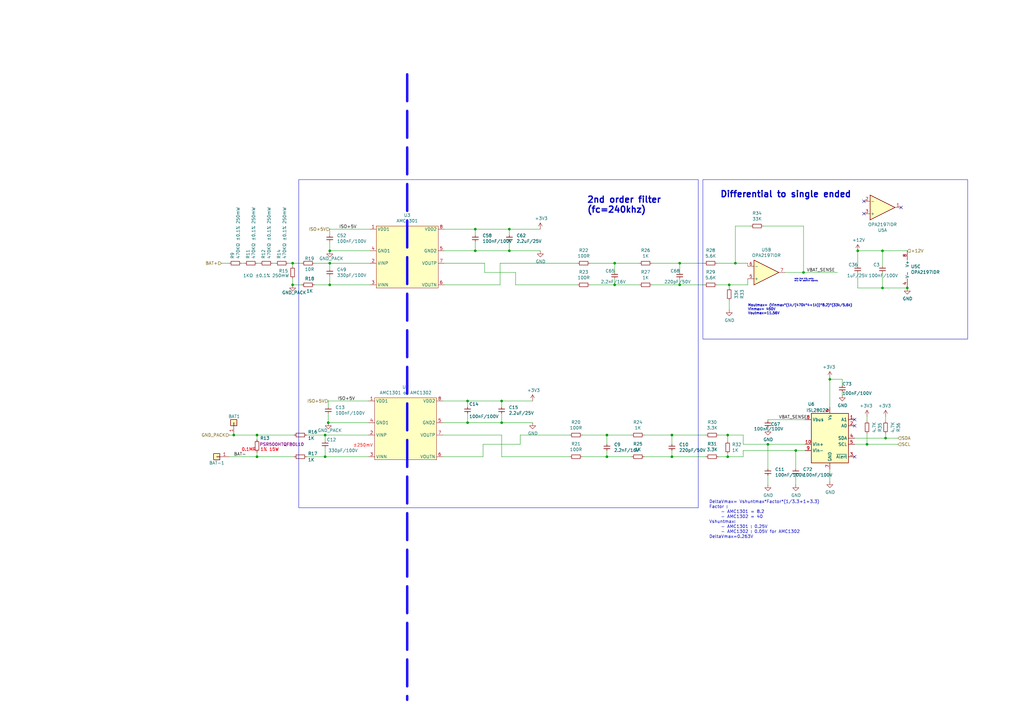
<source format=kicad_sch>
(kicad_sch (version 20230121) (generator eeschema)

  (uuid 876b9c34-ba45-4bcc-858f-64bb062a9549)

  (paper "A3")

  (title_block
    (date "2023-10-19")
    (rev "V0.1")
    (company "teTra")
  )

  (lib_symbols
    (symbol "Amplifier_Audio:AMC1301" (in_bom yes) (on_board yes)
      (property "Reference" "U" (at 1.27 0 0)
        (effects (font (size 1.27 1.27)))
      )
      (property "Value" "" (at 1.27 0 0)
        (effects (font (size 1.27 1.27)))
      )
      (property "Footprint" "" (at 1.27 0 0)
        (effects (font (size 1.27 1.27)) hide)
      )
      (property "Datasheet" "" (at 1.27 0 0)
        (effects (font (size 1.27 1.27)) hide)
      )
      (symbol "AMC1301_0_1"
        (rectangle (start -12.7 12.7) (end 12.7 -12.7)
          (stroke (width 0) (type solid))
          (fill (type background))
        )
      )
      (symbol "AMC1301_1_1"
        (pin input line (at -15.24 11.43 0) (length 2.54)
          (name "VDD1" (effects (font (size 1.27 1.27))))
          (number "1" (effects (font (size 1.27 1.27))))
        )
        (pin input line (at -15.24 -2.54 0) (length 2.54)
          (name "VINP" (effects (font (size 1.27 1.27))))
          (number "2" (effects (font (size 1.27 1.27))))
        )
        (pin input line (at -15.24 -11.43 0) (length 2.54)
          (name "VINN" (effects (font (size 1.27 1.27))))
          (number "3" (effects (font (size 1.27 1.27))))
        )
        (pin input line (at -15.24 2.54 0) (length 2.54)
          (name "GND1" (effects (font (size 1.27 1.27))))
          (number "4" (effects (font (size 1.27 1.27))))
        )
        (pin input line (at 15.24 2.54 180) (length 2.54)
          (name "GND2" (effects (font (size 1.27 1.27))))
          (number "5" (effects (font (size 1.27 1.27))))
        )
        (pin input line (at 15.24 -11.43 180) (length 2.54)
          (name "VOUTN" (effects (font (size 1.27 1.27))))
          (number "6" (effects (font (size 1.27 1.27))))
        )
        (pin input line (at 15.24 -2.54 180) (length 2.54)
          (name "VOUTP" (effects (font (size 1.27 1.27))))
          (number "7" (effects (font (size 1.27 1.27))))
        )
        (pin input line (at 15.24 11.43 180) (length 2.54)
          (name "VDD2" (effects (font (size 1.27 1.27))))
          (number "8" (effects (font (size 1.27 1.27))))
        )
      )
    )
    (symbol "Amplifier_Operational:OPA2376xxD" (pin_names (offset 0.127)) (in_bom yes) (on_board yes)
      (property "Reference" "U" (at 0 5.08 0)
        (effects (font (size 1.27 1.27)) (justify left))
      )
      (property "Value" "OPA2376xxD" (at 0 -5.08 0)
        (effects (font (size 1.27 1.27)) (justify left))
      )
      (property "Footprint" "" (at 0 0 0)
        (effects (font (size 1.27 1.27)) hide)
      )
      (property "Datasheet" "http://www.ti.com/lit/ds/symlink/opa376.pdf" (at 0 0 0)
        (effects (font (size 1.27 1.27)) hide)
      )
      (property "ki_locked" "" (at 0 0 0)
        (effects (font (size 1.27 1.27)))
      )
      (property "ki_keywords" "dual opamp" (at 0 0 0)
        (effects (font (size 1.27 1.27)) hide)
      )
      (property "ki_description" "Dual Low-Noise, Low Quiescent Current, Precision Operational Amplifier e-trim Series, SOIC-8" (at 0 0 0)
        (effects (font (size 1.27 1.27)) hide)
      )
      (property "ki_fp_filters" "SOIC*3.9x4.9mm*P1.27mm* DIP*W7.62mm* TO*99* OnSemi*Micro8* TSSOP*3x3mm*P0.65mm* TSSOP*4.4x3mm*P0.65mm* MSOP*3x3mm*P0.65mm* SSOP*3.9x4.9mm*P0.635mm* LFCSP*2x2mm*P0.5mm* *SIP* SOIC*5.3x6.2mm*P1.27mm*" (at 0 0 0)
        (effects (font (size 1.27 1.27)) hide)
      )
      (symbol "OPA2376xxD_1_1"
        (polyline
          (pts
            (xy -5.08 5.08)
            (xy 5.08 0)
            (xy -5.08 -5.08)
            (xy -5.08 5.08)
          )
          (stroke (width 0.254) (type default))
          (fill (type background))
        )
        (pin output line (at 7.62 0 180) (length 2.54)
          (name "~" (effects (font (size 1.27 1.27))))
          (number "1" (effects (font (size 1.27 1.27))))
        )
        (pin input line (at -7.62 -2.54 0) (length 2.54)
          (name "-" (effects (font (size 1.27 1.27))))
          (number "2" (effects (font (size 1.27 1.27))))
        )
        (pin input line (at -7.62 2.54 0) (length 2.54)
          (name "+" (effects (font (size 1.27 1.27))))
          (number "3" (effects (font (size 1.27 1.27))))
        )
      )
      (symbol "OPA2376xxD_2_1"
        (polyline
          (pts
            (xy -5.08 5.08)
            (xy 5.08 0)
            (xy -5.08 -5.08)
            (xy -5.08 5.08)
          )
          (stroke (width 0.254) (type default))
          (fill (type background))
        )
        (pin input line (at -7.62 2.54 0) (length 2.54)
          (name "+" (effects (font (size 1.27 1.27))))
          (number "5" (effects (font (size 1.27 1.27))))
        )
        (pin input line (at -7.62 -2.54 0) (length 2.54)
          (name "-" (effects (font (size 1.27 1.27))))
          (number "6" (effects (font (size 1.27 1.27))))
        )
        (pin output line (at 7.62 0 180) (length 2.54)
          (name "~" (effects (font (size 1.27 1.27))))
          (number "7" (effects (font (size 1.27 1.27))))
        )
      )
      (symbol "OPA2376xxD_3_1"
        (pin power_in line (at -2.54 -7.62 90) (length 3.81)
          (name "V-" (effects (font (size 1.27 1.27))))
          (number "4" (effects (font (size 1.27 1.27))))
        )
        (pin power_in line (at -2.54 7.62 270) (length 3.81)
          (name "V+" (effects (font (size 1.27 1.27))))
          (number "8" (effects (font (size 1.27 1.27))))
        )
      )
    )
    (symbol "Analog_ADC:‎ISL28022" (in_bom yes) (on_board yes)
      (property "Reference" "U" (at 0 1.27 0)
        (effects (font (size 1.27 1.27)))
      )
      (property "Value" "" (at 0 1.27 0)
        (effects (font (size 1.27 1.27)))
      )
      (property "Footprint" "" (at 0 1.27 0)
        (effects (font (size 1.27 1.27)) hide)
      )
      (property "Datasheet" "" (at 0 1.27 0)
        (effects (font (size 1.27 1.27)) hide)
      )
      (symbol "‎ISL28022_0_1"
        (rectangle (start -7.62 10.16) (end 7.62 -10.16)
          (stroke (width 0.254) (type solid))
          (fill (type background))
        )
      )
      (symbol "‎ISL28022_1_1"
        (pin passive line (at 10.16 7.62 180) (length 2.54)
          (name "A1" (effects (font (size 1.27 1.27))))
          (number "1" (effects (font (size 1.27 1.27))))
        )
        (pin input line (at -10.16 -2.54 0) (length 2.54)
          (name "Vin+" (effects (font (size 1.27 1.27))))
          (number "10" (effects (font (size 1.27 1.27))))
        )
        (pin passive line (at 10.16 5.08 180) (length 2.54)
          (name "A0" (effects (font (size 1.27 1.27))))
          (number "2" (effects (font (size 1.27 1.27))))
        )
        (pin open_collector line (at 10.16 -7.62 180) (length 2.54)
          (name "~{Alert}" (effects (font (size 1.27 1.27))))
          (number "3" (effects (font (size 1.27 1.27))))
        )
        (pin bidirectional line (at 10.16 0 180) (length 2.54)
          (name "SDA" (effects (font (size 1.27 1.27))))
          (number "4" (effects (font (size 1.27 1.27))))
        )
        (pin input line (at 10.16 -2.54 180) (length 2.54)
          (name "SCL" (effects (font (size 1.27 1.27))))
          (number "5" (effects (font (size 1.27 1.27))))
        )
        (pin power_in line (at 0 12.7 270) (length 2.54)
          (name "Vs" (effects (font (size 1.27 1.27))))
          (number "6" (effects (font (size 1.27 1.27))))
        )
        (pin power_in line (at 0 -12.7 90) (length 2.54)
          (name "GND" (effects (font (size 1.27 1.27))))
          (number "7" (effects (font (size 1.27 1.27))))
        )
        (pin input line (at -10.16 7.62 0) (length 2.54)
          (name "Vbus" (effects (font (size 1.27 1.27))))
          (number "8" (effects (font (size 1.27 1.27))))
        )
        (pin input line (at -10.16 -5.08 0) (length 2.54)
          (name "Vin-" (effects (font (size 1.27 1.27))))
          (number "9" (effects (font (size 1.27 1.27))))
        )
      )
    )
    (symbol "Connector_Generic:Conn_01x01" (pin_names (offset 1.016) hide) (in_bom yes) (on_board yes)
      (property "Reference" "J" (at 0 2.54 0)
        (effects (font (size 1.27 1.27)))
      )
      (property "Value" "Conn_01x01" (at 0 -2.54 0)
        (effects (font (size 1.27 1.27)))
      )
      (property "Footprint" "" (at 0 0 0)
        (effects (font (size 1.27 1.27)) hide)
      )
      (property "Datasheet" "~" (at 0 0 0)
        (effects (font (size 1.27 1.27)) hide)
      )
      (property "ki_keywords" "connector" (at 0 0 0)
        (effects (font (size 1.27 1.27)) hide)
      )
      (property "ki_description" "Generic connector, single row, 01x01, script generated (kicad-library-utils/schlib/autogen/connector/)" (at 0 0 0)
        (effects (font (size 1.27 1.27)) hide)
      )
      (property "ki_fp_filters" "Connector*:*_1x??_*" (at 0 0 0)
        (effects (font (size 1.27 1.27)) hide)
      )
      (symbol "Conn_01x01_1_1"
        (rectangle (start -1.27 0.127) (end 0 -0.127)
          (stroke (width 0.1524) (type default))
          (fill (type none))
        )
        (rectangle (start -1.27 1.27) (end 1.27 -1.27)
          (stroke (width 0.254) (type default))
          (fill (type background))
        )
        (pin passive line (at -5.08 0 0) (length 3.81)
          (name "Pin_1" (effects (font (size 1.27 1.27))))
          (number "1" (effects (font (size 1.27 1.27))))
        )
      )
    )
    (symbol "Device:C" (pin_numbers hide) (pin_names (offset 0.254)) (in_bom yes) (on_board yes)
      (property "Reference" "C" (at 0.635 2.54 0)
        (effects (font (size 1.27 1.27)) (justify left))
      )
      (property "Value" "C" (at 0.635 -2.54 0)
        (effects (font (size 1.27 1.27)) (justify left))
      )
      (property "Footprint" "" (at 0.9652 -3.81 0)
        (effects (font (size 1.27 1.27)) hide)
      )
      (property "Datasheet" "~" (at 0 0 0)
        (effects (font (size 1.27 1.27)) hide)
      )
      (property "ki_keywords" "cap capacitor" (at 0 0 0)
        (effects (font (size 1.27 1.27)) hide)
      )
      (property "ki_description" "Unpolarized capacitor" (at 0 0 0)
        (effects (font (size 1.27 1.27)) hide)
      )
      (property "ki_fp_filters" "C_*" (at 0 0 0)
        (effects (font (size 1.27 1.27)) hide)
      )
      (symbol "C_1_1"
        (polyline
          (pts
            (xy -1.27 -0.508)
            (xy 1.27 -0.508)
          )
          (stroke (width 0.254) (type default))
          (fill (type none))
        )
        (polyline
          (pts
            (xy -1.27 0.508)
            (xy 1.27 0.508)
          )
          (stroke (width 0.254) (type default))
          (fill (type none))
        )
        (pin passive line (at 0 1.27 270) (length 0.762)
          (name "~" (effects (font (size 1.27 1.27))))
          (number "1" (effects (font (size 1.27 1.27))))
        )
        (pin passive line (at 0 -1.27 90) (length 0.762)
          (name "~" (effects (font (size 1.27 1.27))))
          (number "2" (effects (font (size 1.27 1.27))))
        )
      )
    )
    (symbol "Device:R_Small" (pin_numbers hide) (pin_names (offset 0.254) hide) (in_bom yes) (on_board yes)
      (property "Reference" "R" (at 0.762 0.508 0)
        (effects (font (size 1.27 1.27)) (justify left))
      )
      (property "Value" "R_Small" (at 0.762 -1.016 0)
        (effects (font (size 1.27 1.27)) (justify left))
      )
      (property "Footprint" "" (at 0 0 0)
        (effects (font (size 1.27 1.27)) hide)
      )
      (property "Datasheet" "~" (at 0 0 0)
        (effects (font (size 1.27 1.27)) hide)
      )
      (property "ki_keywords" "R resistor" (at 0 0 0)
        (effects (font (size 1.27 1.27)) hide)
      )
      (property "ki_description" "Resistor, small symbol" (at 0 0 0)
        (effects (font (size 1.27 1.27)) hide)
      )
      (property "ki_fp_filters" "R_*" (at 0 0 0)
        (effects (font (size 1.27 1.27)) hide)
      )
      (symbol "R_Small_0_1"
        (rectangle (start -0.762 1.778) (end 0.762 -1.778)
          (stroke (width 0.2032) (type default))
          (fill (type none))
        )
      )
      (symbol "R_Small_1_1"
        (pin passive line (at 0 2.54 270) (length 0.762)
          (name "~" (effects (font (size 1.27 1.27))))
          (number "1" (effects (font (size 1.27 1.27))))
        )
        (pin passive line (at 0 -2.54 90) (length 0.762)
          (name "~" (effects (font (size 1.27 1.27))))
          (number "2" (effects (font (size 1.27 1.27))))
        )
      )
    )
    (symbol "power:+12V" (power) (pin_names (offset 0)) (in_bom yes) (on_board yes)
      (property "Reference" "#PWR" (at 0 -3.81 0)
        (effects (font (size 1.27 1.27)) hide)
      )
      (property "Value" "+12V" (at 0 3.556 0)
        (effects (font (size 1.27 1.27)))
      )
      (property "Footprint" "" (at 0 0 0)
        (effects (font (size 1.27 1.27)) hide)
      )
      (property "Datasheet" "" (at 0 0 0)
        (effects (font (size 1.27 1.27)) hide)
      )
      (property "ki_keywords" "global power" (at 0 0 0)
        (effects (font (size 1.27 1.27)) hide)
      )
      (property "ki_description" "Power symbol creates a global label with name \"+12V\"" (at 0 0 0)
        (effects (font (size 1.27 1.27)) hide)
      )
      (symbol "+12V_0_1"
        (polyline
          (pts
            (xy -0.762 1.27)
            (xy 0 2.54)
          )
          (stroke (width 0) (type default))
          (fill (type none))
        )
        (polyline
          (pts
            (xy 0 0)
            (xy 0 2.54)
          )
          (stroke (width 0) (type default))
          (fill (type none))
        )
        (polyline
          (pts
            (xy 0 2.54)
            (xy 0.762 1.27)
          )
          (stroke (width 0) (type default))
          (fill (type none))
        )
      )
      (symbol "+12V_1_1"
        (pin power_in line (at 0 0 90) (length 0) hide
          (name "+12V" (effects (font (size 1.27 1.27))))
          (number "1" (effects (font (size 1.27 1.27))))
        )
      )
    )
    (symbol "power:+3V3" (power) (pin_names (offset 0)) (in_bom yes) (on_board yes)
      (property "Reference" "#PWR" (at 0 -3.81 0)
        (effects (font (size 1.27 1.27)) hide)
      )
      (property "Value" "+3V3" (at 0 3.556 0)
        (effects (font (size 1.27 1.27)))
      )
      (property "Footprint" "" (at 0 0 0)
        (effects (font (size 1.27 1.27)) hide)
      )
      (property "Datasheet" "" (at 0 0 0)
        (effects (font (size 1.27 1.27)) hide)
      )
      (property "ki_keywords" "global power" (at 0 0 0)
        (effects (font (size 1.27 1.27)) hide)
      )
      (property "ki_description" "Power symbol creates a global label with name \"+3V3\"" (at 0 0 0)
        (effects (font (size 1.27 1.27)) hide)
      )
      (symbol "+3V3_0_1"
        (polyline
          (pts
            (xy -0.762 1.27)
            (xy 0 2.54)
          )
          (stroke (width 0) (type default))
          (fill (type none))
        )
        (polyline
          (pts
            (xy 0 0)
            (xy 0 2.54)
          )
          (stroke (width 0) (type default))
          (fill (type none))
        )
        (polyline
          (pts
            (xy 0 2.54)
            (xy 0.762 1.27)
          )
          (stroke (width 0) (type default))
          (fill (type none))
        )
      )
      (symbol "+3V3_1_1"
        (pin power_in line (at 0 0 90) (length 0) hide
          (name "+3V3" (effects (font (size 1.27 1.27))))
          (number "1" (effects (font (size 1.27 1.27))))
        )
      )
    )
    (symbol "power:GND" (power) (pin_names (offset 0)) (in_bom yes) (on_board yes)
      (property "Reference" "#PWR" (at 0 -6.35 0)
        (effects (font (size 1.27 1.27)) hide)
      )
      (property "Value" "GND" (at 0 -3.81 0)
        (effects (font (size 1.27 1.27)))
      )
      (property "Footprint" "" (at 0 0 0)
        (effects (font (size 1.27 1.27)) hide)
      )
      (property "Datasheet" "" (at 0 0 0)
        (effects (font (size 1.27 1.27)) hide)
      )
      (property "ki_keywords" "global power" (at 0 0 0)
        (effects (font (size 1.27 1.27)) hide)
      )
      (property "ki_description" "Power symbol creates a global label with name \"GND\" , ground" (at 0 0 0)
        (effects (font (size 1.27 1.27)) hide)
      )
      (symbol "GND_0_1"
        (polyline
          (pts
            (xy 0 0)
            (xy 0 -1.27)
            (xy 1.27 -1.27)
            (xy 0 -2.54)
            (xy -1.27 -1.27)
            (xy 0 -1.27)
          )
          (stroke (width 0) (type default))
          (fill (type none))
        )
      )
      (symbol "GND_1_1"
        (pin power_in line (at 0 0 270) (length 0) hide
          (name "GND" (effects (font (size 1.27 1.27))))
          (number "1" (effects (font (size 1.27 1.27))))
        )
      )
    )
    (symbol "power:GND_PACK" (power) (pin_names (offset 0)) (in_bom yes) (on_board yes)
      (property "Reference" "#PWR" (at 0 -6.35 0)
        (effects (font (size 1.27 1.27)) hide)
      )
      (property "Value" "GND_PACK" (at 0 -3.81 0)
        (effects (font (size 1.27 1.27)))
      )
      (property "Footprint" "" (at 0 0 0)
        (effects (font (size 1.27 1.27)) hide)
      )
      (property "Datasheet" "" (at 0 0 0)
        (effects (font (size 1.27 1.27)) hide)
      )
      (property "ki_keywords" "global power" (at 0 0 0)
        (effects (font (size 1.27 1.27)) hide)
      )
      (property "ki_description" "Power symbol creates a global label with name \"GND_PACK\" , ground" (at 0 0 0)
        (effects (font (size 1.27 1.27)) hide)
      )
      (symbol "GND_PACK_0_1"
        (polyline
          (pts
            (xy 0 0)
            (xy 0 -1.27)
            (xy 1.27 -1.27)
            (xy 0 -2.54)
            (xy -1.27 -1.27)
            (xy 0 -1.27)
          )
          (stroke (width 0) (type default))
          (fill (type none))
        )
      )
      (symbol "GND_PACK_1_1"
        (pin power_in line (at 0 0 270) (length 0) hide
          (name "GND_PACK" (effects (font (size 1.27 1.27))))
          (number "1" (effects (font (size 1.27 1.27))))
        )
      )
    )
  )

  (junction (at 135.255 102.87) (diameter 0) (color 0 0 0 0)
    (uuid 0057f9f2-b274-41d0-8254-27fa6c857238)
  )
  (junction (at 252.095 107.95) (diameter 0) (color 0 0 0 0)
    (uuid 093703fa-0bcc-41ca-bf13-311e2c95ee18)
  )
  (junction (at 208.915 93.98) (diameter 0) (color 0 0 0 0)
    (uuid 0aee76bc-a09e-4c7a-a96e-3a8d8b892712)
  )
  (junction (at 248.92 178.435) (diameter 0) (color 0 0 0 0)
    (uuid 125ac5e9-ae2b-49b7-92ae-32e2af0a7e37)
  )
  (junction (at 326.39 184.785) (diameter 0) (color 0 0 0 0)
    (uuid 189462bc-2cf9-4adb-9814-f4117bd47417)
  )
  (junction (at 301.625 107.95) (diameter 0) (color 0 0 0 0)
    (uuid 221edf3b-5c13-423d-ba4c-0452a9168d60)
  )
  (junction (at 133.35 178.435) (diameter 0) (color 0 0 0 0)
    (uuid 26bd9a43-6a02-44d0-b3c9-178b7eb3c019)
  )
  (junction (at 135.255 107.95) (diameter 0) (color 0 0 0 0)
    (uuid 2e247cf9-08cb-4cfc-afe4-5049987a4dfa)
  )
  (junction (at 278.765 116.84) (diameter 0) (color 0 0 0 0)
    (uuid 2ed2075a-b150-48ba-a7b4-29658b5d0c8a)
  )
  (junction (at 208.915 102.87) (diameter 0) (color 0 0 0 0)
    (uuid 31f5afa6-1d1a-43c8-912f-9ba55fb126bc)
  )
  (junction (at 298.45 178.435) (diameter 0) (color 0 0 0 0)
    (uuid 32b09fb3-0ad5-420e-9a82-cee236a24f0b)
  )
  (junction (at 133.35 187.325) (diameter 0) (color 0 0 0 0)
    (uuid 354273c7-9b62-4dfa-85a5-41d02c844d9f)
  )
  (junction (at 361.95 102.87) (diameter 0) (color 0 0 0 0)
    (uuid 36d19f12-72ca-4e1f-9456-88e58fddc2cd)
  )
  (junction (at 135.255 116.84) (diameter 0) (color 0 0 0 0)
    (uuid 3e970632-bf21-471b-9684-c991000630ca)
  )
  (junction (at 340.36 155.575) (diameter 0) (color 0 0 0 0)
    (uuid 3f1d6600-1634-473a-bdea-8fb5f71c895d)
  )
  (junction (at 120.015 107.95) (diameter 0) (color 0 0 0 0)
    (uuid 444efe65-f0f4-406d-9182-f055c15284a5)
  )
  (junction (at 95.885 178.435) (diameter 0) (color 0 0 0 0)
    (uuid 469eb94d-d498-4a7e-8b08-ca524d4b9505)
  )
  (junction (at 120.015 116.84) (diameter 0) (color 0 0 0 0)
    (uuid 4cc87cf6-4a0e-48ed-999a-b7764405d2b8)
  )
  (junction (at 361.95 118.11) (diameter 0) (color 0 0 0 0)
    (uuid 4e0750d1-c613-437b-aa59-4f0163e64b07)
  )
  (junction (at 252.095 116.84) (diameter 0) (color 0 0 0 0)
    (uuid 53e7ad19-22c0-437b-a6a2-4892758f52d1)
  )
  (junction (at 275.59 187.325) (diameter 0) (color 0 0 0 0)
    (uuid 53fa1f5d-0380-48dc-be21-69b81dd5cd9b)
  )
  (junction (at 275.59 178.435) (diameter 0) (color 0 0 0 0)
    (uuid 57a7ac96-1b1f-4ac8-a6b9-c90d0137fa0d)
  )
  (junction (at 248.92 187.325) (diameter 0) (color 0 0 0 0)
    (uuid 5af11b93-492a-4a73-bc73-b44df8228ae6)
  )
  (junction (at 205.74 164.465) (diameter 0) (color 0 0 0 0)
    (uuid 675fc0ac-10c9-4e7f-b1aa-cb0c25e1e525)
  )
  (junction (at 363.22 179.705) (diameter 0) (color 0 0 0 0)
    (uuid 6e9feca0-55fe-4af6-b8e8-551d6fbdb929)
  )
  (junction (at 314.96 182.245) (diameter 0) (color 0 0 0 0)
    (uuid 71ad26df-f92a-44dd-a40e-57e9feb52eae)
  )
  (junction (at 329.565 111.76) (diameter 0) (color 0 0 0 0)
    (uuid 73104df4-f07f-4510-be79-4f10b38605e7)
  )
  (junction (at 194.945 93.98) (diameter 0) (color 0 0 0 0)
    (uuid 77095a34-0b6f-4d9e-848c-8ddd036ad85b)
  )
  (junction (at 134.62 173.355) (diameter 0) (color 0 0 0 0)
    (uuid 7ccd2b7f-e490-4009-b5da-fc21944acd23)
  )
  (junction (at 298.45 187.325) (diameter 0) (color 0 0 0 0)
    (uuid 8227a1c6-c68b-4725-93a2-51ace1cce5de)
  )
  (junction (at 105.41 187.325) (diameter 0) (color 0 0 0 0)
    (uuid 859d5239-e6c9-4544-95cd-e4c5613799b1)
  )
  (junction (at 351.79 102.87) (diameter 0) (color 0 0 0 0)
    (uuid aec52137-f66c-4a37-81b5-c5d1c6c6dae0)
  )
  (junction (at 372.11 118.11) (diameter 0) (color 0 0 0 0)
    (uuid b5dc6ab9-830e-484d-b2d5-a438412e497f)
  )
  (junction (at 191.77 164.465) (diameter 0) (color 0 0 0 0)
    (uuid c22ddd5d-aee9-4365-a1de-8e3f66738622)
  )
  (junction (at 194.945 102.87) (diameter 0) (color 0 0 0 0)
    (uuid c4df7601-13fa-4528-9229-c1062863b1f8)
  )
  (junction (at 205.74 173.355) (diameter 0) (color 0 0 0 0)
    (uuid d432cd8c-a958-4edc-9b0f-d911da5479c5)
  )
  (junction (at 278.765 107.95) (diameter 0) (color 0 0 0 0)
    (uuid d7da2519-1f40-4bd3-989e-8f122da04fd8)
  )
  (junction (at 299.085 116.84) (diameter 0) (color 0 0 0 0)
    (uuid e0b6ba1c-2f2e-4303-b745-1702424216a3)
  )
  (junction (at 191.77 173.355) (diameter 0) (color 0 0 0 0)
    (uuid e30f2481-9aaa-4a1a-8fe0-f0f6fa4da926)
  )
  (junction (at 105.41 178.435) (diameter 0) (color 0 0 0 0)
    (uuid ef84a8b6-0195-4b58-907a-2a18e8d733d2)
  )
  (junction (at 355.6 182.245) (diameter 0) (color 0 0 0 0)
    (uuid f9354b30-7809-4d11-8aeb-3270fbd03254)
  )

  (no_connect (at 369.57 85.09) (uuid 1f0b7ee2-1162-4795-b475-ac43d20c2039))
  (no_connect (at 350.52 187.325) (uuid 29469e03-c31f-43c1-9fc0-bdfee6b879a5))
  (no_connect (at 354.33 87.63) (uuid 387d263e-5786-48b4-86bb-49f85a974740))
  (no_connect (at 350.52 174.625) (uuid 39d8c956-1e2a-4daa-b197-270afaa4038f))
  (no_connect (at 354.33 82.55) (uuid 5f7545a7-774c-4225-8e98-cf13e920d21f))
  (no_connect (at 350.52 172.085) (uuid 8bcd9b0a-76c3-41fa-a86e-2ca64e9662cd))

  (wire (pts (xy 105.41 107.95) (xy 106.68 107.95))
    (stroke (width 0) (type default))
    (uuid 048b99e2-be31-4c93-bafc-530bbc1547ce)
  )
  (wire (pts (xy 351.79 102.87) (xy 351.79 109.22))
    (stroke (width 0) (type default))
    (uuid 058f373d-c4fa-4974-90c9-ae31a9e7c9eb)
  )
  (wire (pts (xy 120.015 107.95) (xy 123.825 107.95))
    (stroke (width 0) (type default))
    (uuid 06376d45-fbc1-4ed4-ae30-d5824cfd6ac7)
  )
  (wire (pts (xy 135.255 113.03) (xy 135.255 116.84))
    (stroke (width 0) (type default))
    (uuid 068c18ca-3b3d-4cdf-aa12-747a1bc9378b)
  )
  (wire (pts (xy 355.6 177.8) (xy 355.6 182.245))
    (stroke (width 0) (type default))
    (uuid 0887f320-4f39-47ec-9529-adccf2c82dc5)
  )
  (wire (pts (xy 205.74 164.465) (xy 205.74 167.005))
    (stroke (width 0) (type default))
    (uuid 09f5d43d-d7da-4ea1-8e75-302a440a4ce9)
  )
  (wire (pts (xy 306.705 114.3) (xy 306.705 116.84))
    (stroke (width 0) (type default))
    (uuid 0f845f59-1885-48a7-b518-adf55733182d)
  )
  (wire (pts (xy 205.74 187.325) (xy 233.68 187.325))
    (stroke (width 0) (type default))
    (uuid 107de057-2dfa-4dd0-8bd4-c0c89ca6df6b)
  )
  (wire (pts (xy 252.095 116.84) (xy 262.255 116.84))
    (stroke (width 0) (type default))
    (uuid 10e2c295-42ed-4ecd-8a5a-59174368e0a9)
  )
  (wire (pts (xy 326.39 184.785) (xy 326.39 192.405))
    (stroke (width 0) (type default))
    (uuid 12c473fc-2908-441f-b373-9980ac426e2f)
  )
  (wire (pts (xy 248.92 184.785) (xy 248.92 187.325))
    (stroke (width 0) (type default))
    (uuid 13bc06d9-0260-4b8c-bee8-4408cccc8d30)
  )
  (wire (pts (xy 298.45 187.325) (xy 304.8 187.325))
    (stroke (width 0) (type default))
    (uuid 17741934-514b-4c88-9db6-324f40ea7cd2)
  )
  (wire (pts (xy 299.085 116.84) (xy 306.705 116.84))
    (stroke (width 0) (type default))
    (uuid 1a432186-7592-46c3-b301-b497ee934063)
  )
  (wire (pts (xy 198.12 182.245) (xy 198.12 187.325))
    (stroke (width 0) (type default))
    (uuid 1a825799-30c7-43b7-9c2e-fefb2b3fa7c5)
  )
  (wire (pts (xy 134.62 164.465) (xy 134.62 167.005))
    (stroke (width 0) (type default))
    (uuid 1f449be2-8367-487b-8ac9-3f086bf51c90)
  )
  (wire (pts (xy 191.77 164.465) (xy 191.77 167.005))
    (stroke (width 0) (type default))
    (uuid 201f6166-57bf-4229-8c56-7084f0404899)
  )
  (wire (pts (xy 306.705 107.95) (xy 306.705 109.22))
    (stroke (width 0) (type default))
    (uuid 218e8d14-7989-49fe-852b-e67c84a140b0)
  )
  (wire (pts (xy 99.06 107.95) (xy 100.33 107.95))
    (stroke (width 0) (type default))
    (uuid 21a2a973-530a-4409-8a4e-e6805033f0de)
  )
  (wire (pts (xy 194.945 93.98) (xy 194.945 96.52))
    (stroke (width 0) (type default))
    (uuid 230a60b3-880c-4064-9694-5d52aba9162c)
  )
  (wire (pts (xy 345.44 160.655) (xy 345.44 161.925))
    (stroke (width 0) (type default))
    (uuid 254d88fd-3a0c-4425-8dfc-ab6961ee51fb)
  )
  (wire (pts (xy 134.62 169.545) (xy 134.62 173.355))
    (stroke (width 0) (type default))
    (uuid 25557b42-f402-421d-aa8a-1b01dc653ad6)
  )
  (wire (pts (xy 304.8 182.245) (xy 314.96 182.245))
    (stroke (width 0) (type default))
    (uuid 25ecba46-cd74-46f6-82e0-dc934ebb012b)
  )
  (wire (pts (xy 135.255 93.98) (xy 135.255 96.52))
    (stroke (width 0) (type default))
    (uuid 260dc095-edf3-40c3-81ad-11839fafce89)
  )
  (wire (pts (xy 205.74 178.435) (xy 205.74 187.325))
    (stroke (width 0) (type default))
    (uuid 293e56fa-2a30-438c-8bae-608e3b082701)
  )
  (wire (pts (xy 252.095 107.95) (xy 252.095 111.76))
    (stroke (width 0) (type default))
    (uuid 2aa985f1-476f-4a2e-9cc6-b60408601d85)
  )
  (wire (pts (xy 314.96 182.245) (xy 314.96 192.405))
    (stroke (width 0) (type default))
    (uuid 2dc9f32d-449a-4b13-9196-baf2936e457e)
  )
  (wire (pts (xy 194.945 99.06) (xy 194.945 102.87))
    (stroke (width 0) (type default))
    (uuid 30c46a37-ec25-4e1f-8d66-7b16a8ecb8bb)
  )
  (wire (pts (xy 213.36 182.245) (xy 198.12 182.245))
    (stroke (width 0) (type default))
    (uuid 312b9036-d370-418f-8336-a7028f1ae013)
  )
  (wire (pts (xy 198.755 107.95) (xy 198.755 111.76))
    (stroke (width 0) (type default))
    (uuid 3160cb92-88f3-4513-9cb4-ecc15bebdaaf)
  )
  (wire (pts (xy 301.625 92.71) (xy 301.625 107.95))
    (stroke (width 0) (type default))
    (uuid 322b7bd0-8dbe-4130-aaac-d13655fff4b6)
  )
  (wire (pts (xy 351.79 118.11) (xy 361.95 118.11))
    (stroke (width 0) (type default))
    (uuid 328a41ba-7fc7-4cdc-b6e4-43850f9586fa)
  )
  (wire (pts (xy 304.8 187.325) (xy 304.8 184.785))
    (stroke (width 0) (type default))
    (uuid 332ffb91-e38d-4a21-8771-9a94d46b663a)
  )
  (wire (pts (xy 194.945 93.98) (xy 208.915 93.98))
    (stroke (width 0) (type default))
    (uuid 35b1b7d5-707a-4d3c-87fc-9407798540d0)
  )
  (wire (pts (xy 299.085 116.84) (xy 299.085 118.11))
    (stroke (width 0) (type default))
    (uuid 35e4480c-27a1-4677-96a9-b4c5fe103458)
  )
  (wire (pts (xy 278.765 114.3) (xy 278.765 116.84))
    (stroke (width 0) (type default))
    (uuid 392f2348-00d3-47af-b34d-7b3078832537)
  )
  (wire (pts (xy 208.915 99.06) (xy 208.915 102.87))
    (stroke (width 0) (type default))
    (uuid 3a8099b6-11f4-4c11-aadd-19929f5e9f1b)
  )
  (wire (pts (xy 329.565 111.76) (xy 343.535 111.76))
    (stroke (width 0) (type default))
    (uuid 3afb3d88-5503-4a33-acdc-e93282949c84)
  )
  (wire (pts (xy 294.64 187.325) (xy 298.45 187.325))
    (stroke (width 0) (type default))
    (uuid 3c01b22c-b786-4f94-9430-0d94ea003bdd)
  )
  (wire (pts (xy 133.35 178.435) (xy 151.13 178.435))
    (stroke (width 0) (type default))
    (uuid 3e39132b-caa4-47cd-8a39-84de2c2ab8ec)
  )
  (wire (pts (xy 278.765 116.84) (xy 288.925 116.84))
    (stroke (width 0) (type default))
    (uuid 41f71f9a-21c6-4168-a9ae-ed368b14685c)
  )
  (wire (pts (xy 275.59 178.435) (xy 275.59 182.245))
    (stroke (width 0) (type default))
    (uuid 4287562b-1413-408e-9fb2-abbaa077c437)
  )
  (wire (pts (xy 182.245 107.95) (xy 198.755 107.95))
    (stroke (width 0) (type default))
    (uuid 42ab1122-8404-4376-b7e6-078de74af93e)
  )
  (wire (pts (xy 294.005 107.95) (xy 301.625 107.95))
    (stroke (width 0) (type default))
    (uuid 433af00a-ebc9-42a9-8c95-694b4b96366a)
  )
  (wire (pts (xy 135.255 107.95) (xy 135.255 110.49))
    (stroke (width 0) (type default))
    (uuid 433bae08-acc4-490b-ae5e-5d08bc18cc9e)
  )
  (wire (pts (xy 134.62 173.355) (xy 151.13 173.355))
    (stroke (width 0) (type default))
    (uuid 44632a59-2e76-4465-87f4-9eec28d80746)
  )
  (wire (pts (xy 205.74 164.465) (xy 218.44 164.465))
    (stroke (width 0) (type default))
    (uuid 4478ca35-9d13-4f27-b271-b305aad66b83)
  )
  (wire (pts (xy 198.755 111.76) (xy 211.455 111.76))
    (stroke (width 0) (type default))
    (uuid 46c70f2b-02b3-48f3-a857-ba5a77b9d43b)
  )
  (wire (pts (xy 205.105 116.84) (xy 205.105 107.95))
    (stroke (width 0) (type default))
    (uuid 481f77ce-6d9f-4603-a695-3f479fa04fb8)
  )
  (wire (pts (xy 182.245 93.98) (xy 194.945 93.98))
    (stroke (width 0) (type default))
    (uuid 4a089e8b-220a-43ac-8179-343824f0aa8a)
  )
  (wire (pts (xy 120.015 107.95) (xy 120.015 109.22))
    (stroke (width 0) (type default))
    (uuid 527fa7dc-5418-43a2-a1a1-f9e47ac3d2c5)
  )
  (wire (pts (xy 355.6 170.815) (xy 355.6 172.72))
    (stroke (width 0) (type default))
    (uuid 5590620c-8414-4dbc-a81d-20355f389d3e)
  )
  (wire (pts (xy 275.59 178.435) (xy 289.56 178.435))
    (stroke (width 0) (type default))
    (uuid 56e9c69c-a67b-4430-800d-adf95a0f3d85)
  )
  (wire (pts (xy 133.35 183.515) (xy 133.35 187.325))
    (stroke (width 0) (type default))
    (uuid 5b43aac2-cde6-4f3d-adf4-6ec86ae1737e)
  )
  (wire (pts (xy 363.22 179.705) (xy 368.3 179.705))
    (stroke (width 0) (type default))
    (uuid 5c073899-4ebc-436e-a188-8da634aff30e)
  )
  (wire (pts (xy 351.79 111.76) (xy 351.79 118.11))
    (stroke (width 0) (type default))
    (uuid 60c26cc9-ce5a-4d12-9ff8-d7cd724bbb4d)
  )
  (wire (pts (xy 361.95 111.76) (xy 361.95 118.11))
    (stroke (width 0) (type default))
    (uuid 61fcefcb-52f0-4f3d-9e98-ffc0dc765388)
  )
  (wire (pts (xy 267.335 116.84) (xy 278.765 116.84))
    (stroke (width 0) (type default))
    (uuid 63a629fb-f64c-4353-a0cb-dc934c87a41c)
  )
  (wire (pts (xy 205.74 169.545) (xy 205.74 173.355))
    (stroke (width 0) (type default))
    (uuid 66df04ca-1276-4f45-aac3-1aca4e34e7aa)
  )
  (wire (pts (xy 191.77 164.465) (xy 205.74 164.465))
    (stroke (width 0) (type default))
    (uuid 69ada37e-0818-4e2f-835c-ed1d2cf7271c)
  )
  (wire (pts (xy 298.45 178.435) (xy 298.45 180.975))
    (stroke (width 0) (type default))
    (uuid 6c70a6c5-1477-46c6-8484-143c9813937c)
  )
  (wire (pts (xy 314.96 182.245) (xy 330.2 182.245))
    (stroke (width 0) (type default))
    (uuid 71052562-3e77-4446-97e4-ef7c8bb41ff0)
  )
  (wire (pts (xy 135.255 99.06) (xy 135.255 102.87))
    (stroke (width 0) (type default))
    (uuid 7374ade0-b1ee-4da8-87e0-37c024689d28)
  )
  (wire (pts (xy 133.35 178.435) (xy 133.35 180.975))
    (stroke (width 0) (type default))
    (uuid 75569faa-6bb4-4d78-b6ea-3afe1267fd00)
  )
  (wire (pts (xy 345.44 155.575) (xy 340.36 155.575))
    (stroke (width 0) (type default))
    (uuid 7567ed3e-c1ef-4c9e-af46-cfdaddabd7c3)
  )
  (wire (pts (xy 326.39 184.785) (xy 304.8 184.785))
    (stroke (width 0) (type default))
    (uuid 7695867a-ec8a-4afa-9f46-d34c6c4e2ed2)
  )
  (wire (pts (xy 90.805 107.95) (xy 93.98 107.95))
    (stroke (width 0) (type default))
    (uuid 78121222-c706-4231-ae70-21a8d958ab93)
  )
  (wire (pts (xy 125.73 178.435) (xy 133.35 178.435))
    (stroke (width 0) (type default))
    (uuid 78bb489f-42b6-4a9f-a32e-b519e85a8f1f)
  )
  (wire (pts (xy 340.36 154.94) (xy 340.36 155.575))
    (stroke (width 0) (type default))
    (uuid 7a3fde8d-2a14-4cb9-a69e-ab646ef43581)
  )
  (wire (pts (xy 264.16 187.325) (xy 275.59 187.325))
    (stroke (width 0) (type default))
    (uuid 7b694776-d182-4e64-a8af-07922c280019)
  )
  (wire (pts (xy 118.11 107.95) (xy 120.015 107.95))
    (stroke (width 0) (type default))
    (uuid 7cd5a086-cec5-4d53-a6d8-1e8e3688e883)
  )
  (wire (pts (xy 267.335 107.95) (xy 278.765 107.95))
    (stroke (width 0) (type default))
    (uuid 7e10db24-3fa2-4d39-82b2-30bfc8382e87)
  )
  (wire (pts (xy 350.52 179.705) (xy 363.22 179.705))
    (stroke (width 0) (type default))
    (uuid 81d329ba-99ce-48e8-bb73-28a972fc3804)
  )
  (wire (pts (xy 321.945 111.76) (xy 329.565 111.76))
    (stroke (width 0) (type default))
    (uuid 844eb412-b975-4287-b760-7375f0126737)
  )
  (wire (pts (xy 135.255 107.95) (xy 151.765 107.95))
    (stroke (width 0) (type default))
    (uuid 870e6209-dfa9-4e74-9502-16b4966897d2)
  )
  (wire (pts (xy 105.41 180.34) (xy 105.41 178.435))
    (stroke (width 0) (type default))
    (uuid 8794c277-fad4-4b92-90be-06888631f007)
  )
  (wire (pts (xy 95.885 178.435) (xy 105.41 178.435))
    (stroke (width 0) (type default))
    (uuid 884f3163-8e80-4391-807d-ac8dfcdf5b14)
  )
  (wire (pts (xy 205.74 173.355) (xy 218.44 173.355))
    (stroke (width 0) (type default))
    (uuid 8bd36e75-227e-4ac0-93e1-c0e97b04d8ff)
  )
  (wire (pts (xy 191.77 173.355) (xy 205.74 173.355))
    (stroke (width 0) (type default))
    (uuid 8c4b642b-4d39-4da9-96f6-433c50626c74)
  )
  (wire (pts (xy 111.76 107.95) (xy 113.03 107.95))
    (stroke (width 0) (type default))
    (uuid 8c9c451d-5e90-48ac-aa22-727e706fdd23)
  )
  (wire (pts (xy 361.95 102.87) (xy 361.95 109.22))
    (stroke (width 0) (type default))
    (uuid 8d554941-5860-4e3f-91eb-0d180f2bcd17)
  )
  (wire (pts (xy 120.015 116.84) (xy 123.825 116.84))
    (stroke (width 0) (type default))
    (uuid 8dba617c-544f-4bf9-ab4d-39e508fc5ebb)
  )
  (wire (pts (xy 208.915 93.98) (xy 221.615 93.98))
    (stroke (width 0) (type default))
    (uuid 922169e1-56bf-472b-a821-2110511c4866)
  )
  (wire (pts (xy 182.245 116.84) (xy 205.105 116.84))
    (stroke (width 0) (type default))
    (uuid 96862ccd-bcfd-4d6d-b19d-a0206c78de6d)
  )
  (wire (pts (xy 301.625 107.95) (xy 306.705 107.95))
    (stroke (width 0) (type default))
    (uuid 9731acfd-40fa-49aa-a213-d6b970bb8aa4)
  )
  (wire (pts (xy 314.96 175.26) (xy 314.96 175.895))
    (stroke (width 0) (type default))
    (uuid 97e089a7-3b86-47fa-8670-e9cb0660b193)
  )
  (wire (pts (xy 340.36 155.575) (xy 340.36 167.005))
    (stroke (width 0) (type default))
    (uuid 97f226aa-05aa-4e0b-b2b3-a8ae16d29e7e)
  )
  (wire (pts (xy 105.41 187.325) (xy 120.65 187.325))
    (stroke (width 0) (type default))
    (uuid 980ea754-60cc-4617-90fe-003a0a9f2240)
  )
  (wire (pts (xy 275.59 187.325) (xy 289.56 187.325))
    (stroke (width 0) (type default))
    (uuid 99f3fb7a-2a9c-4412-910d-c6383a5b500b)
  )
  (wire (pts (xy 248.92 178.435) (xy 248.92 182.245))
    (stroke (width 0) (type default))
    (uuid 9c014337-f2ae-44a1-a4ac-2cf0a3bb27fd)
  )
  (wire (pts (xy 326.39 184.785) (xy 330.2 184.785))
    (stroke (width 0) (type default))
    (uuid 9eb1b989-be37-4e92-9ccc-38eb4c02d5bd)
  )
  (wire (pts (xy 120.015 114.3) (xy 120.015 116.84))
    (stroke (width 0) (type default))
    (uuid a01ee96a-9c61-4e5d-8d99-f0775f7c6d1a)
  )
  (wire (pts (xy 105.41 185.42) (xy 105.41 187.325))
    (stroke (width 0) (type default))
    (uuid a074995c-03c1-4476-a58d-9bcef9429a6a)
  )
  (wire (pts (xy 278.765 107.95) (xy 288.925 107.95))
    (stroke (width 0) (type default))
    (uuid a30e9438-e41d-45dd-9aa6-e0c99c416289)
  )
  (wire (pts (xy 181.61 178.435) (xy 205.74 178.435))
    (stroke (width 0) (type default))
    (uuid a3593e74-d932-4284-8e46-e7572a29e23d)
  )
  (wire (pts (xy 351.79 102.87) (xy 361.95 102.87))
    (stroke (width 0) (type default))
    (uuid a57699f2-117e-4a8d-ac41-386e6592783d)
  )
  (wire (pts (xy 93.98 178.435) (xy 95.885 178.435))
    (stroke (width 0) (type default))
    (uuid a60930eb-6ee2-476f-947b-b7ab5f8205c7)
  )
  (wire (pts (xy 264.16 178.435) (xy 275.59 178.435))
    (stroke (width 0) (type default))
    (uuid a7673289-ae8c-4695-ae19-2984446f6664)
  )
  (wire (pts (xy 181.61 164.465) (xy 191.77 164.465))
    (stroke (width 0) (type default))
    (uuid a850bd49-b830-40c2-af02-9ece85e98196)
  )
  (wire (pts (xy 313.055 92.71) (xy 329.565 92.71))
    (stroke (width 0) (type default))
    (uuid a88f682a-4c38-40df-8722-4114431efed3)
  )
  (wire (pts (xy 135.255 102.87) (xy 151.765 102.87))
    (stroke (width 0) (type default))
    (uuid a93eb088-d679-4f09-8155-47b2de892274)
  )
  (wire (pts (xy 151.13 164.465) (xy 134.62 164.465))
    (stroke (width 0) (type default))
    (uuid a9442be0-8894-4927-9988-1c5d1194d217)
  )
  (wire (pts (xy 361.95 118.11) (xy 372.11 118.11))
    (stroke (width 0) (type default))
    (uuid aaeb3582-bfba-4f4b-96cb-ad76e196f103)
  )
  (wire (pts (xy 128.905 107.95) (xy 135.255 107.95))
    (stroke (width 0) (type default))
    (uuid abe86132-1136-476e-a55a-9f77b1ac24de)
  )
  (wire (pts (xy 350.52 182.245) (xy 355.6 182.245))
    (stroke (width 0) (type default))
    (uuid ad2d9022-a6e8-479a-945b-fa3843730825)
  )
  (wire (pts (xy 252.095 114.3) (xy 252.095 116.84))
    (stroke (width 0) (type default))
    (uuid ad3fa4d5-a74a-4280-bacb-9b43444d7949)
  )
  (wire (pts (xy 211.455 111.76) (xy 211.455 116.84))
    (stroke (width 0) (type default))
    (uuid aedf6591-dbec-4fb0-a475-9932893c47dc)
  )
  (wire (pts (xy 205.105 107.95) (xy 236.855 107.95))
    (stroke (width 0) (type default))
    (uuid af2d69ae-3b42-4ca2-b47f-355ee7c6441b)
  )
  (wire (pts (xy 252.095 107.95) (xy 262.255 107.95))
    (stroke (width 0) (type default))
    (uuid b4abc6c7-a1bc-4ca1-a9f8-8ecbac704a6d)
  )
  (wire (pts (xy 181.61 173.355) (xy 191.77 173.355))
    (stroke (width 0) (type default))
    (uuid b6215040-00aa-4625-9e0b-e34de6949a4c)
  )
  (wire (pts (xy 211.455 116.84) (xy 236.855 116.84))
    (stroke (width 0) (type default))
    (uuid b822d036-128c-473a-9884-b17f5f060a0a)
  )
  (wire (pts (xy 128.905 116.84) (xy 135.255 116.84))
    (stroke (width 0) (type default))
    (uuid b87cf0e7-c806-4924-ae78-7dc2ffd1f30e)
  )
  (wire (pts (xy 298.45 186.055) (xy 298.45 187.325))
    (stroke (width 0) (type default))
    (uuid ba0b33b8-f797-4293-b90c-2682a2459f73)
  )
  (wire (pts (xy 340.36 192.405) (xy 340.36 197.485))
    (stroke (width 0) (type default))
    (uuid bcfc773d-92d9-41a1-8897-52d86f2ee08f)
  )
  (wire (pts (xy 294.64 178.435) (xy 298.45 178.435))
    (stroke (width 0) (type default))
    (uuid be76b7b4-0499-4f97-a578-046d1e0e22d8)
  )
  (wire (pts (xy 105.41 178.435) (xy 120.65 178.435))
    (stroke (width 0) (type default))
    (uuid be829e7c-6ed0-4dd9-8add-a8d062a561b1)
  )
  (wire (pts (xy 355.6 182.245) (xy 368.3 182.245))
    (stroke (width 0) (type default))
    (uuid c047d92d-1fd6-4eb5-b778-2910f2a65595)
  )
  (wire (pts (xy 301.625 92.71) (xy 307.975 92.71))
    (stroke (width 0) (type default))
    (uuid c6d70ecd-7425-489b-9435-7bac61348875)
  )
  (wire (pts (xy 278.765 107.95) (xy 278.765 111.76))
    (stroke (width 0) (type default))
    (uuid c8cce510-e0ee-4562-bd58-704be59653b7)
  )
  (wire (pts (xy 241.935 107.95) (xy 252.095 107.95))
    (stroke (width 0) (type default))
    (uuid c9f3863e-683a-403e-a9a7-f947dc8416ea)
  )
  (wire (pts (xy 93.98 187.325) (xy 105.41 187.325))
    (stroke (width 0) (type default))
    (uuid ce0725f2-f21b-461e-a366-baca8cf3d773)
  )
  (wire (pts (xy 151.13 187.325) (xy 133.35 187.325))
    (stroke (width 0) (type default))
    (uuid ce29f892-12d3-45cd-b65e-71aa13e03f6e)
  )
  (wire (pts (xy 191.77 169.545) (xy 191.77 173.355))
    (stroke (width 0) (type default))
    (uuid d34d0781-0741-42df-8eb1-462122f9eff5)
  )
  (wire (pts (xy 248.92 187.325) (xy 259.08 187.325))
    (stroke (width 0) (type default))
    (uuid d371727f-2f1d-48ad-aed6-a3b51c01caae)
  )
  (wire (pts (xy 198.12 187.325) (xy 181.61 187.325))
    (stroke (width 0) (type default))
    (uuid d577b896-affc-42a3-a1ae-0e87e79d9632)
  )
  (wire (pts (xy 194.945 102.87) (xy 208.915 102.87))
    (stroke (width 0) (type default))
    (uuid d618c918-cf17-447d-92f3-96555955f093)
  )
  (wire (pts (xy 213.36 178.435) (xy 233.68 178.435))
    (stroke (width 0) (type default))
    (uuid db23db60-b27f-4b48-9068-ec97c17812eb)
  )
  (wire (pts (xy 314.96 172.085) (xy 330.2 172.085))
    (stroke (width 0) (type default))
    (uuid dce7f630-500b-4081-a1a5-162c54cfe299)
  )
  (wire (pts (xy 125.73 187.325) (xy 133.35 187.325))
    (stroke (width 0) (type default))
    (uuid dce9cac2-cda5-412a-906c-b370ff1b1123)
  )
  (wire (pts (xy 363.22 177.8) (xy 363.22 179.705))
    (stroke (width 0) (type default))
    (uuid dd71a20d-92f8-429e-abcb-233873b5d3df)
  )
  (wire (pts (xy 298.45 178.435) (xy 304.8 178.435))
    (stroke (width 0) (type default))
    (uuid df8115f7-6f1c-40a2-86c7-b7d7cf3b748d)
  )
  (wire (pts (xy 275.59 184.785) (xy 275.59 187.325))
    (stroke (width 0) (type default))
    (uuid dfb07712-d398-4c35-9cd1-f8e12f4dd277)
  )
  (wire (pts (xy 241.935 116.84) (xy 252.095 116.84))
    (stroke (width 0) (type default))
    (uuid dfe3c84b-620f-43a9-831c-af51fdbcc1ea)
  )
  (wire (pts (xy 314.96 172.085) (xy 314.96 172.72))
    (stroke (width 0) (type default))
    (uuid e024456d-d5fb-4cac-a3d7-e00313492ceb)
  )
  (polyline (pts (xy 167.005 30.48) (xy 167.005 287.02))
    (stroke (width 1) (type dash) (color 23 13 255 1))
    (uuid e09bbfef-cd7c-4c16-a8e5-7a8eecfd1085)
  )

  (wire (pts (xy 345.44 155.575) (xy 345.44 158.115))
    (stroke (width 0) (type default))
    (uuid e0daf024-746c-42a0-b8db-a79fa22975f9)
  )
  (wire (pts (xy 299.085 123.19) (xy 299.085 127))
    (stroke (width 0) (type default))
    (uuid e16362e2-644e-44c3-844a-f235622c7f15)
  )
  (wire (pts (xy 304.8 178.435) (xy 304.8 182.245))
    (stroke (width 0) (type default))
    (uuid e167f93c-0239-41a3-ab0d-d544fdb16f82)
  )
  (wire (pts (xy 294.005 116.84) (xy 299.085 116.84))
    (stroke (width 0) (type default))
    (uuid e2060400-a311-4043-a810-60c4ca672f72)
  )
  (wire (pts (xy 208.915 93.98) (xy 208.915 96.52))
    (stroke (width 0) (type default))
    (uuid e27eec3e-89f5-45e9-94a1-62c6d1d68093)
  )
  (wire (pts (xy 248.92 178.435) (xy 259.08 178.435))
    (stroke (width 0) (type default))
    (uuid e4cc137f-c6e8-43e0-936e-ffb9ffeeaeb8)
  )
  (wire (pts (xy 326.39 194.945) (xy 326.39 198.755))
    (stroke (width 0) (type default))
    (uuid e7967725-cb92-4086-84d2-559790dba5ef)
  )
  (wire (pts (xy 208.915 102.87) (xy 221.615 102.87))
    (stroke (width 0) (type default))
    (uuid e8f079b1-e8c6-4c5c-b978-d1c9e981119e)
  )
  (wire (pts (xy 363.22 170.815) (xy 363.22 172.72))
    (stroke (width 0) (type default))
    (uuid ea2b6a30-13bb-4338-95da-61f84de9e672)
  )
  (wire (pts (xy 213.36 178.435) (xy 213.36 182.245))
    (stroke (width 0) (type default))
    (uuid eb5f0238-389c-4032-97d4-5d0a255801c3)
  )
  (wire (pts (xy 314.96 194.945) (xy 314.96 198.755))
    (stroke (width 0) (type default))
    (uuid ebdec27f-a47f-43b2-9c17-7e0dad926183)
  )
  (wire (pts (xy 329.565 92.71) (xy 329.565 111.76))
    (stroke (width 0) (type default))
    (uuid f11baf54-2328-4da4-88b6-81022a9ecb6b)
  )
  (wire (pts (xy 361.95 102.87) (xy 372.11 102.87))
    (stroke (width 0) (type default))
    (uuid f22f6688-953e-4366-9c4f-0bc0f6caa5dd)
  )
  (wire (pts (xy 151.765 116.84) (xy 135.255 116.84))
    (stroke (width 0) (type default))
    (uuid f58bc9d6-48ab-495f-9819-f7309a299e98)
  )
  (wire (pts (xy 151.765 93.98) (xy 135.255 93.98))
    (stroke (width 0) (type default))
    (uuid f956527a-dd10-4949-9972-3877ce51f5c0)
  )
  (wire (pts (xy 182.245 102.87) (xy 194.945 102.87))
    (stroke (width 0) (type default))
    (uuid faa6cf24-fa62-49d2-9d7e-6e9fab3e3ab7)
  )
  (wire (pts (xy 238.76 178.435) (xy 248.92 178.435))
    (stroke (width 0) (type default))
    (uuid fb5eb082-ee07-484f-a78f-5a5fed978537)
  )
  (wire (pts (xy 238.76 187.325) (xy 248.92 187.325))
    (stroke (width 0) (type default))
    (uuid fff464bf-a8c5-47d1-a54c-223c43ad42b3)
  )

  (rectangle (start 122.555 73.66) (end 286.385 208.28)
    (stroke (width 0) (type default))
    (fill (type none))
    (uuid 70314d28-ceab-40a3-b81c-074a633b7dcb)
  )
  (rectangle (start 288.29 73.66) (end 396.875 139.065)
    (stroke (width 0) (type default))
    (fill (type none))
    (uuid ecf1429a-077b-4901-b3df-9dc1974bf719)
  )

  (text "DeltaVmax= Vshuntmax*Factor*(1/3.3+1+3.3)\nFactor : \n	- AMC1301 = 8.2\n	- AMC1302 = 40\nVshuntmax:\n	- AMC1301 : 0.25V \n	- AMC1302 : 0.05V for AMC1302\nDeltaVmax=0.263V"
    (at 290.83 220.98 0)
    (effects (font (size 1.27 1.27)) (justify left bottom))
    (uuid 142434ab-0072-479c-acba-8751e7929ce0)
  )
  (text "note that this works\nonly for positive signals." (at 325.755 115.57 0)
    (effects (font (size 0.508 0.508)) (justify left bottom))
    (uuid 8e1f958e-dd9f-49e3-8a96-e764894a3c18)
  )
  (text "2nd order filter\n(fc=240khz)" (at 240.665 87.63 0)
    (effects (font (size 2.54 2.54) (thickness 0.508) bold) (justify left bottom))
    (uuid 9a977de9-1b7c-45cb-b374-a4d7c8c87f46)
  )
  (text "±250mV" (at 144.78 183.515 0)
    (effects (font (size 1.27 1.27) (color 255 14 8 1)) (justify left bottom))
    (uuid a3f70c30-f25b-4e79-90a4-eb2e44887f6f)
  )
  (text "Moutmax= (Vinmax*(1k/(470k*4+1k))*8.2)*(33k/5.6k)\nVinmax= 450V\nVoutmax=11.56V\n\n"
    (at 306.705 130.81 0)
    (effects (font (size 1.016 1.016) (thickness 0.2032) bold) (justify left bottom))
    (uuid a76f9be0-8fda-40a6-a775-0f04a8cde013)
  )
  (text "Differential to single ended" (at 295.275 81.28 0)
    (effects (font (size 2.54 2.54) (thickness 0.508) bold) (justify left bottom))
    (uuid f91d39c0-d8a7-414d-bea9-d8473e65f54e)
  )

  (label "VBAT_SENSE" (at 319.405 172.085 0) (fields_autoplaced)
    (effects (font (size 1.27 1.27)) (justify left bottom))
    (uuid 038e46ce-7f4b-4a9a-970c-d5df206212d9)
  )
  (label "BAT-" (at 95.885 187.325 0) (fields_autoplaced)
    (effects (font (size 1.27 1.27)) (justify left bottom))
    (uuid 58a7e6c6-584c-4ca1-aef9-cf191606bc05)
  )
  (label "VBAT_SENSE" (at 330.835 111.76 0) (fields_autoplaced)
    (effects (font (size 1.27 1.27)) (justify left bottom))
    (uuid 72a707f0-1b46-4212-a2b2-af8361394c38)
  )
  (label "ISO+5V" (at 138.43 164.465 0) (fields_autoplaced)
    (effects (font (size 1.27 1.27)) (justify left bottom))
    (uuid 8d8f269b-4259-4376-a2c7-d4df0718bcbd)
  )
  (label "ISO+5V" (at 139.065 93.98 0) (fields_autoplaced)
    (effects (font (size 1.27 1.27)) (justify left bottom))
    (uuid c67d2680-3564-474b-ad09-655ce2ec5344)
  )

  (hierarchical_label "ISO+5V" (shape input) (at 134.62 164.465 180) (fields_autoplaced)
    (effects (font (size 1.27 1.27)) (justify right))
    (uuid 04bab136-01e3-48c3-9520-e3ff2c1ab778)
  )
  (hierarchical_label "BAT+" (shape input) (at 90.805 107.95 180) (fields_autoplaced)
    (effects (font (size 1.27 1.27)) (justify right))
    (uuid 0c82eb4f-b72a-487d-9bec-ced235ba5c0b)
  )
  (hierarchical_label "SCL" (shape input) (at 368.3 182.245 0) (fields_autoplaced)
    (effects (font (size 1.27 1.27)) (justify left))
    (uuid 0f2e51a0-3db1-4b9d-96ba-274df083c634)
  )
  (hierarchical_label "ISO+5V" (shape input) (at 135.255 93.98 180) (fields_autoplaced)
    (effects (font (size 1.27 1.27)) (justify right))
    (uuid 306d0c5a-8779-45c3-9f84-95f01d98c84c)
  )
  (hierarchical_label "GND_PACK" (shape input) (at 93.98 178.435 180) (fields_autoplaced)
    (effects (font (size 1.27 1.27)) (justify right))
    (uuid 311bee60-6fdc-486d-b34d-e68823418164)
  )
  (hierarchical_label "+12V" (shape input) (at 372.11 102.87 0) (fields_autoplaced)
    (effects (font (size 1.27 1.27)) (justify left))
    (uuid 5b0ce73f-b838-4a59-863f-0d06a2b04b09)
  )
  (hierarchical_label "SDA" (shape input) (at 368.3 179.705 0) (fields_autoplaced)
    (effects (font (size 1.27 1.27)) (justify left))
    (uuid 8917ef23-de5b-4495-8734-b1fcca37aaa0)
  )

  (symbol (lib_id "Device:R_Small") (at 291.465 116.84 90) (unit 1)
    (in_bom yes) (on_board yes) (dnp no)
    (uuid 00000000-0000-0000-0000-00005c318331)
    (property "Reference" "R29" (at 291.465 111.5822 90)
      (effects (font (size 1.27 1.27)))
    )
    (property "Value" "5.6K" (at 291.465 113.8936 90)
      (effects (font (size 1.27 1.27)))
    )
    (property "Footprint" "Resistor_SMD:R_0603_1608Metric" (at 291.465 118.618 90)
      (effects (font (size 1.27 1.27)) hide)
    )
    (property "Datasheet" "https://www.yageo.com/upload/media/product/productsearch/datasheet/rchip/PYu-RC_Group_51_RoHS_L_12.pdf" (at 291.465 116.84 0)
      (effects (font (size 1.27 1.27)) hide)
    )
    (property "MPN" "RC0603JR-075K6L" (at 291.465 116.84 0)
      (effects (font (size 1.27 1.27)) hide)
    )
    (property "Description" "5.6 kOhms ±5% 0.1W, 1/10W Chip Resistor 0603 (1608 Metric) Moisture Resistant Thick Film" (at 291.465 116.84 0)
      (effects (font (size 1.27 1.27)) hide)
    )
    (property "Link" "https://www.digikey.jp/en/products/detail/yageo/RC0603JR-075K6L/726799?s=N4IgTCBcDaIEoGEAMA2JBmAUnAtEg7AKwDSKAMiALoC%2BQA" (at 291.465 116.84 0)
      (effects (font (size 1.27 1.27)) hide)
    )
    (pin "1" (uuid 0ceef7df-0bf2-41e4-a7be-4f240a8f8bb8))
    (pin "2" (uuid 19efdcae-edd6-496f-aae6-a44d66f198cc))
    (instances
      (project "LTC6811_ESP32_V1p3"
        (path "/6a86ff6f-b159-4c4c-8a40-e732cc82e010/00000000-0000-0000-0000-00005c519ba0"
          (reference "R29") (unit 1)
        )
      )
    )
  )

  (symbol (lib_id "Device:R_Small") (at 310.515 92.71 90) (unit 1)
    (in_bom yes) (on_board yes) (dnp no)
    (uuid 00000000-0000-0000-0000-00005c31871e)
    (property "Reference" "R34" (at 310.515 87.4522 90)
      (effects (font (size 1.27 1.27)))
    )
    (property "Value" "33K" (at 310.515 89.7636 90)
      (effects (font (size 1.27 1.27)))
    )
    (property "Footprint" "Resistor_SMD:R_0603_1608Metric" (at 310.515 94.488 90)
      (effects (font (size 1.27 1.27)) hide)
    )
    (property "Datasheet" "https://www.yageo.com/upload/media/product/app/datasheet/rchip/pyu-rc_group_51_rohs_l.pdf" (at 310.515 92.71 0)
      (effects (font (size 1.27 1.27)) hide)
    )
    (property "MPN" "RC0603FR-0733KL" (at 310.515 92.71 0)
      (effects (font (size 1.27 1.27)) hide)
    )
    (property "Description" "33 kOhms ±1% 0.1W, 1/10W Chip Resistor 0603 (1608 Metric) Moisture Resistant Thick Film" (at 310.515 92.71 0)
      (effects (font (size 1.27 1.27)) hide)
    )
    (property "Link" "https://www.digikey.jp/en/products/detail/yageo/RC0603FR-0733KL/727159?s=N4IgTCBcDaIEoGEAMA2JBmAYnAtEg7OugNIAyIAugL5A" (at 310.515 92.71 0)
      (effects (font (size 1.27 1.27)) hide)
    )
    (pin "1" (uuid c055e6d8-f4ea-4b3c-bd7c-1c875287e342))
    (pin "2" (uuid d4dc5108-e828-468a-897f-947bc76a095d))
    (instances
      (project "LTC6811_ESP32_V1p3"
        (path "/6a86ff6f-b159-4c4c-8a40-e732cc82e010/00000000-0000-0000-0000-00005c519ba0"
          (reference "R34") (unit 1)
        )
      )
    )
  )

  (symbol (lib_id "Device:R_Small") (at 299.085 120.65 0) (unit 1)
    (in_bom yes) (on_board yes) (dnp no)
    (uuid 00000000-0000-0000-0000-00005c320fc9)
    (property "Reference" "R33" (at 304.3428 120.65 90)
      (effects (font (size 1.27 1.27)))
    )
    (property "Value" "33K" (at 302.0314 120.65 90)
      (effects (font (size 1.27 1.27)))
    )
    (property "Footprint" "Resistor_SMD:R_0603_1608Metric" (at 297.307 120.65 90)
      (effects (font (size 1.27 1.27)) hide)
    )
    (property "Datasheet" "https://www.yageo.com/upload/media/product/app/datasheet/rchip/pyu-rc_group_51_rohs_l.pdf" (at 299.085 120.65 0)
      (effects (font (size 1.27 1.27)) hide)
    )
    (property "MPN" "RC0603FR-0733KL" (at 299.085 120.65 0)
      (effects (font (size 1.27 1.27)) hide)
    )
    (property "Description" "33 kOhms ±1% 0.1W, 1/10W Chip Resistor 0603 (1608 Metric) Moisture Resistant Thick Film" (at 299.085 120.65 0)
      (effects (font (size 1.27 1.27)) hide)
    )
    (property "Link" "https://www.digikey.jp/en/products/detail/yageo/RC0603FR-0733KL/727159?s=N4IgTCBcDaIEoGEAMA2JBmAYnAtEg7OugNIAyIAugL5A" (at 299.085 120.65 0)
      (effects (font (size 1.27 1.27)) hide)
    )
    (pin "1" (uuid 7484e467-7e96-4618-99a6-8f121da707ef))
    (pin "2" (uuid 060a8ef1-7341-47c5-9a05-1aba4a0b1773))
    (instances
      (project "LTC6811_ESP32_V1p3"
        (path "/6a86ff6f-b159-4c4c-8a40-e732cc82e010/00000000-0000-0000-0000-00005c519ba0"
          (reference "R33") (unit 1)
        )
      )
    )
  )

  (symbol (lib_id "power:GND") (at 299.085 127 0) (unit 1)
    (in_bom yes) (on_board yes) (dnp no)
    (uuid 00000000-0000-0000-0000-00005c32186e)
    (property "Reference" "#PWR029" (at 299.085 133.35 0)
      (effects (font (size 1.27 1.27)) hide)
    )
    (property "Value" "GND" (at 299.212 131.3942 0)
      (effects (font (size 1.27 1.27)))
    )
    (property "Footprint" "" (at 299.085 127 0)
      (effects (font (size 1.27 1.27)) hide)
    )
    (property "Datasheet" "" (at 299.085 127 0)
      (effects (font (size 1.27 1.27)) hide)
    )
    (pin "1" (uuid b8a07de9-5fde-46ea-8341-a2ba2c525780))
    (instances
      (project "LTC6811_ESP32_V1p3"
        (path "/6a86ff6f-b159-4c4c-8a40-e732cc82e010/00000000-0000-0000-0000-00005c519ba0"
          (reference "#PWR029") (unit 1)
        )
      )
    )
  )

  (symbol (lib_id "Analog_ADC:‎ISL28022") (at 340.36 179.705 0) (unit 1)
    (in_bom yes) (on_board yes) (dnp no)
    (uuid 00000000-0000-0000-0000-00005c3f5ebf)
    (property "Reference" "U6" (at 332.74 165.735 0)
      (effects (font (size 1.27 1.27)))
    )
    (property "Value" "ISL28022" (at 335.28 168.275 0)
      (effects (font (size 1.27 1.27)))
    )
    (property "Footprint" "PCM_4ms_Package_SSOP:MSOP-10_3x3mm_P0.5mm" (at 341.63 177.165 0)
      (effects (font (size 1.27 1.27)) hide)
    )
    (property "Datasheet" "https://www.renesas.com/us/en/document/dst/isl28022-datasheet" (at 349.25 182.245 0)
      (effects (font (size 1.27 1.27)) hide)
    )
    (property "MPN" "ISL28022FUZ-T7A" (at 340.36 179.705 0)
      (effects (font (size 1.27 1.27)) hide)
    )
    (property "Link" "https://www.digikey.jp/en/products/detail/renesas-electronics-america-inc/ISL28022FUZ-T7A/4765786" (at 340.36 179.705 0)
      (effects (font (size 1.27 1.27)) hide)
    )
    (property "Description" "Power Supply Controller Power Supply Monitor 10-MSOP" (at 340.36 179.705 0)
      (effects (font (size 1.27 1.27)) hide)
    )
    (pin "1" (uuid bec7cd6a-e7a7-460f-b93f-fedce74de513))
    (pin "10" (uuid ff7ba439-c1bc-49bb-a341-dbb1a889ee92))
    (pin "2" (uuid a999db1c-782d-4ff4-8bc1-a969e988e992))
    (pin "3" (uuid 836b662a-f7dc-455b-a76f-acceea08e832))
    (pin "4" (uuid 81f7c7b8-d0ae-4258-9d6c-3de34f9a3f76))
    (pin "5" (uuid 8ba1e3b4-f84e-4ff0-a028-94b64f70559f))
    (pin "6" (uuid bddb0f40-cf2b-48fc-84f4-1686b7aca5fd))
    (pin "7" (uuid 1d915d62-096b-4bff-b371-51cd268be846))
    (pin "8" (uuid a912b078-13b5-4289-bde9-4e465faca183))
    (pin "9" (uuid f0e99043-4103-4ccd-a770-ca1dde547687))
    (instances
      (project "LTC6811_ESP32_V1p3"
        (path "/6a86ff6f-b159-4c4c-8a40-e732cc82e010/00000000-0000-0000-0000-00005c519ba0"
          (reference "U6") (unit 1)
        )
        (path "/6a86ff6f-b159-4c4c-8a40-e732cc82e010"
          (reference "U16") (unit 1)
        )
      )
    )
  )

  (symbol (lib_id "power:GND") (at 326.39 198.755 0) (unit 1)
    (in_bom yes) (on_board yes) (dnp no)
    (uuid 00000000-0000-0000-0000-00005c3fbfa8)
    (property "Reference" "#PWR032" (at 326.39 205.105 0)
      (effects (font (size 1.27 1.27)) hide)
    )
    (property "Value" "GND" (at 326.517 203.1492 0)
      (effects (font (size 1.27 1.27)))
    )
    (property "Footprint" "" (at 326.39 198.755 0)
      (effects (font (size 1.27 1.27)) hide)
    )
    (property "Datasheet" "" (at 326.39 198.755 0)
      (effects (font (size 1.27 1.27)) hide)
    )
    (pin "1" (uuid c712085d-02dc-4a95-8332-2df1085d2bc8))
    (instances
      (project "LTC6811_ESP32_V1p3"
        (path "/6a86ff6f-b159-4c4c-8a40-e732cc82e010/00000000-0000-0000-0000-00005c519ba0"
          (reference "#PWR032") (unit 1)
        )
      )
    )
  )

  (symbol (lib_id "Device:C") (at 326.39 193.675 180) (unit 1)
    (in_bom yes) (on_board yes) (dnp no)
    (uuid 00000000-0000-0000-0000-00005c3fd4f5)
    (property "Reference" "C72" (at 329.311 192.5066 0)
      (effects (font (size 1.27 1.27)) (justify right))
    )
    (property "Value" "100nF/100V" (at 329.311 194.818 0)
      (effects (font (size 1.27 1.27)) (justify right))
    )
    (property "Footprint" "Capacitor_SMD:C_0603_1608Metric" (at 325.4248 189.865 0)
      (effects (font (size 1.27 1.27)) hide)
    )
    (property "Datasheet" "https://www.digikey.jp/en/products/detail/samsung-electro-mechanics/CL10B104KC8NNNC/5961291?s=N4IgTCBcDaIMIBkCMAGAQqgLAaTgDgDki4AdEkAXQF8g" (at 326.39 193.675 0)
      (effects (font (size 1.27 1.27)) hide)
    )
    (property "MPN" "CL10B104KC8NNNC" (at 326.39 193.675 0)
      (effects (font (size 1.27 1.27)) hide)
    )
    (property "Description" "0.1 µF ±10% 100V Ceramic Capacitor X7R 0603 (1608 Metric)" (at 326.39 193.675 0)
      (effects (font (size 1.27 1.27)) hide)
    )
    (property "Link" "https://www.digikey.jp/en/products/detail/samsung-electro-mechanics/CL10B104KC8NNNC/5961291?s=N4IgTCBcDaIMIBkCMAGAQqgLAaTgDgDki4QBdAXyA" (at 326.39 193.675 0)
      (effects (font (size 1.27 1.27)) hide)
    )
    (pin "1" (uuid ee87a321-2928-4668-b311-214f740faedd))
    (pin "2" (uuid d98a489a-0443-45f7-87f2-160c7775d0b3))
    (instances
      (project "LTC6811_ESP32_V1p3"
        (path "/6a86ff6f-b159-4c4c-8a40-e732cc82e010"
          (reference "C72") (unit 1)
        )
        (path "/6a86ff6f-b159-4c4c-8a40-e732cc82e010/00000000-0000-0000-0000-00005c519ba0"
          (reference "C20") (unit 1)
        )
      )
    )
  )

  (symbol (lib_id "Device:R_Small") (at 355.6 175.26 0) (unit 1)
    (in_bom yes) (on_board yes) (dnp no)
    (uuid 00000000-0000-0000-0000-00005c4023f0)
    (property "Reference" "R35" (at 360.8578 175.26 90)
      (effects (font (size 1.27 1.27)))
    )
    (property "Value" "4.7K" (at 358.5464 175.26 90)
      (effects (font (size 1.27 1.27)))
    )
    (property "Footprint" "Resistor_SMD:R_0603_1608Metric" (at 353.822 175.26 90)
      (effects (font (size 1.27 1.27)) hide)
    )
    (property "Datasheet" "https://www.yageo.com/upload/media/product/products/datasheet/rchip/PYu-RC_Group_51_RoHS_L_12.pdf" (at 355.6 175.26 0)
      (effects (font (size 1.27 1.27)) hide)
    )
    (property "MPN" "RC0603JR-074K7L" (at 355.6 175.26 0)
      (effects (font (size 1.27 1.27)) hide)
    )
    (property "Description" "4.7 kOhms ±5% 0.1W, 1/10W Chip Resistor 0603 (1608 Metric) Moisture Resistant Thick Film" (at 355.6 175.26 0)
      (effects (font (size 1.27 1.27)) hide)
    )
    (property "Link" "https://www.digikey.jp/en/products/detail/yageo/RC0603JR-074K7L/726785?s=N4IgTCBcDaIEoGEAMA2JBmAUnAtEg7ACwDS%2BAMiALoC%2BQA" (at 355.6 175.26 0)
      (effects (font (size 1.27 1.27)) hide)
    )
    (pin "1" (uuid 5c9d019b-4298-44f2-b207-13b4cc2cf1fb))
    (pin "2" (uuid 0f030f78-69a3-4b8f-af70-3ec50d71b305))
    (instances
      (project "LTC6811_ESP32_V1p3"
        (path "/6a86ff6f-b159-4c4c-8a40-e732cc82e010/00000000-0000-0000-0000-00005c519ba0"
          (reference "R35") (unit 1)
        )
      )
    )
  )

  (symbol (lib_id "Device:R_Small") (at 363.22 175.26 0) (unit 1)
    (in_bom yes) (on_board yes) (dnp no)
    (uuid 00000000-0000-0000-0000-00005c402e5d)
    (property "Reference" "R36" (at 368.4778 175.26 90)
      (effects (font (size 1.27 1.27)))
    )
    (property "Value" "4.7K" (at 366.1664 175.26 90)
      (effects (font (size 1.27 1.27)))
    )
    (property "Footprint" "Resistor_SMD:R_0603_1608Metric" (at 361.442 175.26 90)
      (effects (font (size 1.27 1.27)) hide)
    )
    (property "Datasheet" "https://www.yageo.com/upload/media/product/products/datasheet/rchip/PYu-RC_Group_51_RoHS_L_12.pdf" (at 363.22 175.26 0)
      (effects (font (size 1.27 1.27)) hide)
    )
    (property "MPN" "RC0603JR-074K7L" (at 363.22 175.26 0)
      (effects (font (size 1.27 1.27)) hide)
    )
    (property "Description" "4.7 kOhms ±5% 0.1W, 1/10W Chip Resistor 0603 (1608 Metric) Moisture Resistant Thick Film" (at 363.22 175.26 0)
      (effects (font (size 1.27 1.27)) hide)
    )
    (property "Link" "https://www.digikey.jp/en/products/detail/yageo/RC0603JR-074K7L/726785?s=N4IgTCBcDaIEoGEAMA2JBmAUnAtEg7ACwDS%2BAMiALoC%2BQA" (at 363.22 175.26 0)
      (effects (font (size 1.27 1.27)) hide)
    )
    (pin "1" (uuid 350dd144-8abb-4014-936d-60ab9a5d9267))
    (pin "2" (uuid aa3d163d-9f6b-43e2-8f68-998c8e9bcdc1))
    (instances
      (project "LTC6811_ESP32_V1p3"
        (path "/6a86ff6f-b159-4c4c-8a40-e732cc82e010/00000000-0000-0000-0000-00005c519ba0"
          (reference "R36") (unit 1)
        )
      )
    )
  )

  (symbol (lib_id "Device:C") (at 345.44 159.385 180) (unit 1)
    (in_bom yes) (on_board yes) (dnp no)
    (uuid 00000000-0000-0000-0000-00005c40a0e1)
    (property "Reference" "C73" (at 345.44 157.48 0)
      (effects (font (size 1.27 1.27)) (justify right))
    )
    (property "Value" "100nF/100V" (at 345.44 161.29 0)
      (effects (font (size 1.27 1.27)) (justify right))
    )
    (property "Footprint" "Capacitor_SMD:C_0603_1608Metric" (at 344.4748 155.575 0)
      (effects (font (size 1.27 1.27)) hide)
    )
    (property "Datasheet" "https://www.digikey.jp/en/products/detail/samsung-electro-mechanics/CL10B104KC8NNNC/5961291?s=N4IgTCBcDaIMIBkCMAGAQqgLAaTgDgDki4AdEkAXQF8g" (at 345.44 159.385 0)
      (effects (font (size 1.27 1.27)) hide)
    )
    (property "MPN" "CL10B104KC8NNNC" (at 345.44 159.385 0)
      (effects (font (size 1.27 1.27)) hide)
    )
    (property "Description" "0.1 µF ±10% 100V Ceramic Capacitor X7R 0603 (1608 Metric)" (at 345.44 159.385 0)
      (effects (font (size 1.27 1.27)) hide)
    )
    (property "Link" "https://www.digikey.jp/en/products/detail/samsung-electro-mechanics/CL10B104KC8NNNC/5961291?s=N4IgTCBcDaIMIBkCMAGAQqgLAaTgDgDki4QBdAXyA" (at 345.44 159.385 0)
      (effects (font (size 1.27 1.27)) hide)
    )
    (pin "1" (uuid 072de7b4-b5e7-4ee6-a59b-54a003f67a22))
    (pin "2" (uuid 7a385046-a325-410b-bf37-2e648f1d0585))
    (instances
      (project "LTC6811_ESP32_V1p3"
        (path "/6a86ff6f-b159-4c4c-8a40-e732cc82e010"
          (reference "C73") (unit 1)
        )
        (path "/6a86ff6f-b159-4c4c-8a40-e732cc82e010/00000000-0000-0000-0000-00005c519ba0"
          (reference "C21") (unit 1)
        )
      )
    )
  )

  (symbol (lib_id "power:GND") (at 345.44 161.925 0) (unit 1)
    (in_bom yes) (on_board yes) (dnp no)
    (uuid 00000000-0000-0000-0000-00005c40b387)
    (property "Reference" "#PWR035" (at 345.44 168.275 0)
      (effects (font (size 1.27 1.27)) hide)
    )
    (property "Value" "GND" (at 345.567 166.3192 0)
      (effects (font (size 1.27 1.27)))
    )
    (property "Footprint" "" (at 345.44 161.925 0)
      (effects (font (size 1.27 1.27)) hide)
    )
    (property "Datasheet" "" (at 345.44 161.925 0)
      (effects (font (size 1.27 1.27)) hide)
    )
    (pin "1" (uuid 87ef5be6-1d3a-445b-859c-297b0ff2f1af))
    (instances
      (project "LTC6811_ESP32_V1p3"
        (path "/6a86ff6f-b159-4c4c-8a40-e732cc82e010/00000000-0000-0000-0000-00005c519ba0"
          (reference "#PWR035") (unit 1)
        )
      )
    )
  )

  (symbol (lib_id "power:GND") (at 314.96 175.895 0) (unit 1)
    (in_bom yes) (on_board yes) (dnp no)
    (uuid 00000000-0000-0000-0000-00005c421994)
    (property "Reference" "#PWR030" (at 314.96 182.245 0)
      (effects (font (size 1.27 1.27)) hide)
    )
    (property "Value" "GND" (at 315.087 180.2892 0)
      (effects (font (size 1.27 1.27)))
    )
    (property "Footprint" "" (at 314.96 175.895 0)
      (effects (font (size 1.27 1.27)) hide)
    )
    (property "Datasheet" "" (at 314.96 175.895 0)
      (effects (font (size 1.27 1.27)) hide)
    )
    (pin "1" (uuid 172ab4ec-395d-4bc4-affa-84a25a4312ba))
    (instances
      (project "LTC6811_ESP32_V1p3"
        (path "/6a86ff6f-b159-4c4c-8a40-e732cc82e010/00000000-0000-0000-0000-00005c519ba0"
          (reference "#PWR030") (unit 1)
        )
      )
    )
  )

  (symbol (lib_id "power:GND") (at 340.36 197.485 0) (unit 1)
    (in_bom yes) (on_board yes) (dnp no)
    (uuid 00000000-0000-0000-0000-00005c5621ee)
    (property "Reference" "#PWR034" (at 340.36 203.835 0)
      (effects (font (size 1.27 1.27)) hide)
    )
    (property "Value" "GND" (at 340.487 201.8792 0)
      (effects (font (size 1.27 1.27)))
    )
    (property "Footprint" "" (at 340.36 197.485 0)
      (effects (font (size 1.27 1.27)) hide)
    )
    (property "Datasheet" "" (at 340.36 197.485 0)
      (effects (font (size 1.27 1.27)) hide)
    )
    (pin "1" (uuid 72e5911c-7ca8-4223-b0db-b45cd426a131))
    (instances
      (project "LTC6811_ESP32_V1p3"
        (path "/6a86ff6f-b159-4c4c-8a40-e732cc82e010/00000000-0000-0000-0000-00005c519ba0"
          (reference "#PWR034") (unit 1)
        )
      )
    )
  )

  (symbol (lib_id "power:+3V3") (at 221.615 93.98 0) (unit 1)
    (in_bom yes) (on_board yes) (dnp no)
    (uuid 00000000-0000-0000-0000-00005c636994)
    (property "Reference" "#PWR027" (at 221.615 97.79 0)
      (effects (font (size 1.27 1.27)) hide)
    )
    (property "Value" "+3V3" (at 221.996 89.5858 0)
      (effects (font (size 1.27 1.27)))
    )
    (property "Footprint" "" (at 221.615 93.98 0)
      (effects (font (size 1.27 1.27)) hide)
    )
    (property "Datasheet" "" (at 221.615 93.98 0)
      (effects (font (size 1.27 1.27)) hide)
    )
    (pin "1" (uuid 7fe657e5-039a-42e4-ab72-c4431fb3f3a8))
    (instances
      (project "LTC6811_ESP32_V1p3"
        (path "/6a86ff6f-b159-4c4c-8a40-e732cc82e010/00000000-0000-0000-0000-00005c519ba0"
          (reference "#PWR027") (unit 1)
        )
      )
    )
  )

  (symbol (lib_id "Device:C") (at 135.255 111.76 0) (unit 1)
    (in_bom yes) (on_board yes) (dnp no)
    (uuid 00000000-0000-0000-0000-00005c7131eb)
    (property "Reference" "C49" (at 138.176 110.5916 0)
      (effects (font (size 1.27 1.27)) (justify left))
    )
    (property "Value" "330pF/100V" (at 138.176 112.903 0)
      (effects (font (size 1.27 1.27)) (justify left))
    )
    (property "Footprint" "Capacitor_SMD:C_0603_1608Metric" (at 136.2202 115.57 0)
      (effects (font (size 1.27 1.27)) hide)
    )
    (property "Datasheet" "https://search.murata.co.jp/Ceramy/image/img/A01X/G101/ENG/GRM188R72A331KA01-01.pdf" (at 135.255 111.76 0)
      (effects (font (size 1.27 1.27)) hide)
    )
    (property "MPN" "GRM188R72A331KA01D" (at 135.255 111.76 0)
      (effects (font (size 1.27 1.27)) hide)
    )
    (property "Description" "330 pF ±10% 100V Ceramic Capacitor X7R 0603 (1608 Metric)" (at 135.255 111.76 0)
      (effects (font (size 1.27 1.27)) hide)
    )
    (property "Link" "https://www.digikey.jp/en/products/detail/murata-electronics/GRM188R72A331KA01D/587128" (at 135.255 111.76 0)
      (effects (font (size 1.27 1.27)) hide)
    )
    (pin "1" (uuid a1e511cf-7abd-4283-b86e-49d6f4314737))
    (pin "2" (uuid e23d70c6-4a86-41af-b649-e92cc6c55603))
    (instances
      (project "LTC6811_ESP32_V1p3"
        (path "/6a86ff6f-b159-4c4c-8a40-e732cc82e010"
          (reference "C49") (unit 1)
        )
        (path "/6a86ff6f-b159-4c4c-8a40-e732cc82e010/00000000-0000-0000-0000-00005c519ba0"
          (reference "C7") (unit 1)
        )
      )
    )
  )

  (symbol (lib_id "Amplifier_Audio:AMC1301") (at 167.005 105.41 0) (unit 1)
    (in_bom yes) (on_board yes) (dnp no)
    (uuid 00000000-0000-0000-0000-00005c7168d3)
    (property "Reference" "U3" (at 167.005 88.265 0)
      (effects (font (size 1.27 1.27)))
    )
    (property "Value" "AMC1301" (at 167.005 90.5764 0)
      (effects (font (size 1.27 1.27)))
    )
    (property "Footprint" "Package_SO:SSO-8_6.8x5.9mm_P1.27mm_Clearance8mm" (at 168.275 105.41 0)
      (effects (font (size 1.27 1.27)) hide)
    )
    (property "Datasheet" "https://www.ti.com/lit/ds/symlink/amc1301.pdf?ts=1697691105837&ref_url=https%253A%252F%252Fwww.ti.com%252Fsitesearch%252Fen-us%252Fdocs%252Funiversalsearch.tsp%253FlangPref%253Den-US%2526searchTerm%253DAMC1301%2526nr%253D468" (at 168.275 105.41 0)
      (effects (font (size 1.27 1.27)) hide)
    )
    (property "MPN" "AMC1301DWV" (at 167.005 105.41 0)
      (effects (font (size 1.27 1.27)) hide)
    )
    (property "Link" "https://www.digikey.jp/en/products/detail/texas-instruments/AMC1301DWV/6131500" (at 167.005 105.41 0)
      (effects (font (size 1.27 1.27)) hide)
    )
    (property "Description" "Isolation Amplifier 1 Circuit 8-SOIC" (at 167.005 105.41 0)
      (effects (font (size 1.27 1.27)) hide)
    )
    (pin "1" (uuid a3e1e380-d82e-4e20-bb21-3b79f5b94e04))
    (pin "2" (uuid a5d15071-ebab-4c30-9ac7-f169a599ee8f))
    (pin "3" (uuid f18ef230-5a02-4a47-8ede-6cb00051912b))
    (pin "4" (uuid dd36c20d-0dde-4521-be23-07b0a43c9ea5))
    (pin "5" (uuid e201e275-4318-4a34-a40c-d1b7d264b4c2))
    (pin "6" (uuid d53be4ae-21fd-46d0-b650-675ba4c21ceb))
    (pin "7" (uuid f1a50b26-f04a-4184-89bc-eb322d944774))
    (pin "8" (uuid eead2d9c-56ce-420d-befb-b32ee12e234a))
    (instances
      (project "LTC6811_ESP32_V1p3"
        (path "/6a86ff6f-b159-4c4c-8a40-e732cc82e010/00000000-0000-0000-0000-00005c519ba0"
          (reference "U3") (unit 1)
        )
      )
    )
  )

  (symbol (lib_id "Device:R_Small") (at 120.015 111.76 0) (unit 1)
    (in_bom yes) (on_board yes) (dnp no)
    (uuid 00000000-0000-0000-0000-00005c71bec9)
    (property "Reference" "R15" (at 114.3 111.125 0)
      (effects (font (size 1.27 1.27)) (justify left))
    )
    (property "Value" "1KΩ ±0.1% 250mW" (at 99.695 113.03 0)
      (effects (font (size 1.27 1.27)) (justify left))
    )
    (property "Footprint" "Resistor_SMD:R_0805_2012Metric" (at 118.237 111.76 90)
      (effects (font (size 1.27 1.27)) hide)
    )
    (property "Datasheet" "https://industrial.panasonic.com/cdbs/www-data/pdf/RDM0000/AOA0000C328.pdf" (at 120.015 111.76 0)
      (effects (font (size 1.27 1.27)) hide)
    )
    (property "MPN" "ERJ-PB6B1001V" (at 120.015 111.76 0)
      (effects (font (size 1.27 1.27)) hide)
    )
    (property "Link" "https://www.digikey.jp/en/products/detail/panasonic-electronic-components/ERJ-PB6B1001V/6213377?s=N4IgTCBcDaIKICUBSBaACgIQGwYIwAZ9cA1EAXQF8g" (at 120.015 111.76 0)
      (effects (font (size 1.27 1.27)) hide)
    )
    (property "Description" "1 kOhms ±0.1% 0.25W, 1/4W Chip Resistor 0805 (2012 Metric) Automotive AEC-Q200, Pulse Withstanding Thick Film" (at 120.015 111.76 0)
      (effects (font (size 1.27 1.27)) hide)
    )
    (pin "1" (uuid 8942dda2-150d-4ebe-863b-f3a262d8f9e1))
    (pin "2" (uuid f2c656a4-254e-4e91-8d16-600bfe69ecda))
    (instances
      (project "LTC6811_ESP32_V1p3"
        (path "/6a86ff6f-b159-4c4c-8a40-e732cc82e010/00000000-0000-0000-0000-00005c519ba0"
          (reference "R15") (unit 1)
        )
      )
    )
  )

  (symbol (lib_id "Device:R_Small") (at 126.365 116.84 270) (unit 1)
    (in_bom yes) (on_board yes) (dnp no)
    (uuid 00000000-0000-0000-0000-00005c71c4e8)
    (property "Reference" "R18" (at 127 114.3 90)
      (effects (font (size 1.27 1.27)))
    )
    (property "Value" "1K" (at 127 119.38 90)
      (effects (font (size 1.27 1.27)))
    )
    (property "Footprint" "Resistor_SMD:R_0603_1608Metric" (at 126.365 115.062 90)
      (effects (font (size 1.27 1.27)) hide)
    )
    (property "Datasheet" "https://www.vishay.com/docs/20035/dcrcwe3.pdf" (at 126.365 116.84 0)
      (effects (font (size 1.27 1.27)) hide)
    )
    (property "MPN" "CRCW06031K00FKEA" (at 126.365 116.84 0)
      (effects (font (size 1.27 1.27)) hide)
    )
    (property "Description" "1 kOhms ±1% 0.1W, 1/10W Chip Resistor 0603 (1608 Metric) Automotive AEC-Q200 Thick Film" (at 126.365 116.84 0)
      (effects (font (size 1.27 1.27)) hide)
    )
    (property "Link" "https://www.digikey.jp/en/products/detail/vishay-dale/CRCW06031K00FKEA/1179809" (at 126.365 116.84 0)
      (effects (font (size 1.27 1.27)) hide)
    )
    (pin "1" (uuid 3da53ed9-c974-4916-81a8-844e92ec47cd))
    (pin "2" (uuid a4e68ced-a1b1-4530-a489-ba222474a368))
    (instances
      (project "LTC6811_ESP32_V1p3"
        (path "/6a86ff6f-b159-4c4c-8a40-e732cc82e010/00000000-0000-0000-0000-00005c519ba0"
          (reference "R18") (unit 1)
        )
      )
    )
  )

  (symbol (lib_id "Device:C") (at 194.945 97.79 0) (unit 1)
    (in_bom yes) (on_board yes) (dnp no)
    (uuid 00000000-0000-0000-0000-00005c726033)
    (property "Reference" "C58" (at 197.866 96.6216 0)
      (effects (font (size 1.27 1.27)) (justify left))
    )
    (property "Value" "100nF/100V" (at 197.866 98.933 0)
      (effects (font (size 1.27 1.27)) (justify left))
    )
    (property "Footprint" "Capacitor_SMD:C_0603_1608Metric" (at 195.9102 101.6 0)
      (effects (font (size 1.27 1.27)) hide)
    )
    (property "Datasheet" "https://www.digikey.jp/en/products/detail/samsung-electro-mechanics/CL10B104KC8NNNC/5961291?s=N4IgTCBcDaIMIBkCMAGAQqgLAaTgDgDki4AdEkAXQF8g" (at 194.945 97.79 0)
      (effects (font (size 1.27 1.27)) hide)
    )
    (property "MPN" "CL10B104KC8NNNC" (at 194.945 97.79 0)
      (effects (font (size 1.27 1.27)) hide)
    )
    (property "Description" "0.1 µF ±10% 100V Ceramic Capacitor X7R 0603 (1608 Metric)" (at 194.945 97.79 0)
      (effects (font (size 1.27 1.27)) hide)
    )
    (property "Link" "https://www.digikey.jp/en/products/detail/samsung-electro-mechanics/CL10B104KC8NNNC/5961291?s=N4IgTCBcDaIMIBkCMAGAQqgLAaTgDgDki4QBdAXyA" (at 194.945 97.79 0)
      (effects (font (size 1.27 1.27)) hide)
    )
    (pin "1" (uuid bbe5d907-3e1a-4da2-bf0a-c0c4b5d71fde))
    (pin "2" (uuid 08562390-5827-49d0-8acf-02f074b317e1))
    (instances
      (project "LTC6811_ESP32_V1p3"
        (path "/6a86ff6f-b159-4c4c-8a40-e732cc82e010"
          (reference "C58") (unit 1)
        )
        (path "/6a86ff6f-b159-4c4c-8a40-e732cc82e010/00000000-0000-0000-0000-00005c519ba0"
          (reference "C9") (unit 1)
        )
      )
    )
  )

  (symbol (lib_id "Device:C") (at 208.915 97.79 0) (unit 1)
    (in_bom yes) (on_board yes) (dnp no)
    (uuid 00000000-0000-0000-0000-00005c7264ed)
    (property "Reference" "C62" (at 211.836 96.6216 0)
      (effects (font (size 1.27 1.27)) (justify left))
    )
    (property "Value" "2.2uF/25V" (at 211.836 98.933 0)
      (effects (font (size 1.27 1.27)) (justify left))
    )
    (property "Footprint" "Capacitor_SMD:C_0603_1608Metric" (at 209.8802 101.6 0)
      (effects (font (size 1.27 1.27)) hide)
    )
    (property "Datasheet" "https://search.murata.co.jp/Ceramy/image/img/A01X/G101/ENG/GRM188R61E225KA12-01.pdf" (at 208.915 97.79 0)
      (effects (font (size 1.27 1.27)) hide)
    )
    (property "MPN" "GRM188R61E225KA12D" (at 208.915 97.79 0)
      (effects (font (size 1.27 1.27)) hide)
    )
    (property "Description" "2.2 µF ±10% 25V Ceramic Capacitor X5R 0603 (1608 Metric)" (at 208.915 97.79 0)
      (effects (font (size 1.27 1.27)) hide)
    )
    (property "Link" "https://www.digikey.jp/en/products/detail/murata-electronics/GRM188R61E225KA12D/4905349" (at 208.915 97.79 0)
      (effects (font (size 1.27 1.27)) hide)
    )
    (pin "1" (uuid d90a38ac-c4ee-4afa-bf71-a0c53b0afbc4))
    (pin "2" (uuid 908eca39-2a8c-43e2-b98a-76767ba1eb97))
    (instances
      (project "LTC6811_ESP32_V1p3"
        (path "/6a86ff6f-b159-4c4c-8a40-e732cc82e010"
          (reference "C62") (unit 1)
        )
        (path "/6a86ff6f-b159-4c4c-8a40-e732cc82e010/00000000-0000-0000-0000-00005c519ba0"
          (reference "C12") (unit 1)
        )
      )
    )
  )

  (symbol (lib_id "power:GND") (at 221.615 102.87 0) (unit 1)
    (in_bom yes) (on_board yes) (dnp no)
    (uuid 00000000-0000-0000-0000-00005c730fa1)
    (property "Reference" "#PWR028" (at 221.615 109.22 0)
      (effects (font (size 1.27 1.27)) hide)
    )
    (property "Value" "GND" (at 221.742 107.2642 0)
      (effects (font (size 1.27 1.27)))
    )
    (property "Footprint" "" (at 221.615 102.87 0)
      (effects (font (size 1.27 1.27)) hide)
    )
    (property "Datasheet" "" (at 221.615 102.87 0)
      (effects (font (size 1.27 1.27)) hide)
    )
    (pin "1" (uuid 0bba7ad8-50a5-4ba0-9bdd-f3aa28c060cd))
    (instances
      (project "LTC6811_ESP32_V1p3"
        (path "/6a86ff6f-b159-4c4c-8a40-e732cc82e010/00000000-0000-0000-0000-00005c519ba0"
          (reference "#PWR028") (unit 1)
        )
      )
    )
  )

  (symbol (lib_id "Device:C") (at 135.255 97.79 0) (unit 1)
    (in_bom yes) (on_board yes) (dnp no)
    (uuid 00000000-0000-0000-0000-00005c73e4e8)
    (property "Reference" "C52" (at 138.176 96.6216 0)
      (effects (font (size 1.27 1.27)) (justify left))
    )
    (property "Value" "100nF/100V" (at 138.176 98.933 0)
      (effects (font (size 1.27 1.27)) (justify left))
    )
    (property "Footprint" "Capacitor_SMD:C_0603_1608Metric" (at 136.2202 101.6 0)
      (effects (font (size 1.27 1.27)) hide)
    )
    (property "Datasheet" "https://www.digikey.jp/en/products/detail/samsung-electro-mechanics/CL10B104KC8NNNC/5961291?s=N4IgTCBcDaIMIBkCMAGAQqgLAaTgDgDki4AdEkAXQF8g" (at 135.255 97.79 0)
      (effects (font (size 1.27 1.27)) hide)
    )
    (property "MPN" "CL10B104KC8NNNC" (at 135.255 97.79 0)
      (effects (font (size 1.27 1.27)) hide)
    )
    (property "Description" "0.1 µF ±10% 100V Ceramic Capacitor X7R 0603 (1608 Metric)" (at 135.255 97.79 0)
      (effects (font (size 1.27 1.27)) hide)
    )
    (property "Link" "https://www.digikey.jp/en/products/detail/samsung-electro-mechanics/CL10B104KC8NNNC/5961291?s=N4IgTCBcDaIMIBkCMAGAQqgLAaTgDgDki4QBdAXyA" (at 135.255 97.79 0)
      (effects (font (size 1.27 1.27)) hide)
    )
    (pin "1" (uuid 22ba38f3-b26b-4fcf-875b-0b72cb4a64bd))
    (pin "2" (uuid 0a892992-06ab-445a-b06c-0ba2cdc21e9b))
    (instances
      (project "LTC6811_ESP32_V1p3"
        (path "/6a86ff6f-b159-4c4c-8a40-e732cc82e010"
          (reference "C52") (unit 1)
        )
        (path "/6a86ff6f-b159-4c4c-8a40-e732cc82e010/00000000-0000-0000-0000-00005c519ba0"
          (reference "C6") (unit 1)
        )
      )
    )
  )

  (symbol (lib_id "Device:R_Small") (at 239.395 107.95 270) (unit 1)
    (in_bom yes) (on_board yes) (dnp no)
    (uuid 00000000-0000-0000-0000-00005c747b2a)
    (property "Reference" "R22" (at 239.395 102.6922 90)
      (effects (font (size 1.27 1.27)))
    )
    (property "Value" "100R" (at 239.395 105.0036 90)
      (effects (font (size 1.27 1.27)))
    )
    (property "Footprint" "Resistor_SMD:R_0603_1608Metric" (at 239.395 106.172 90)
      (effects (font (size 1.27 1.27)) hide)
    )
    (property "Datasheet" "https://www.yageo.com/upload/media/product/app/datasheet/rchip/pyu-rc_group_51_rohs_l.pdf" (at 239.395 107.95 0)
      (effects (font (size 1.27 1.27)) hide)
    )
    (property "MPN" "RC0603FR-07100RL" (at 239.395 107.95 0)
      (effects (font (size 1.27 1.27)) hide)
    )
    (property "Description" "100 Ohms ±1% 0.1W, 1/10W Chip Resistor 0603 (1608 Metric) Moisture Resistant Thick Film" (at 239.395 107.95 0)
      (effects (font (size 1.27 1.27)) hide)
    )
    (property "Link" "https://www.digikey.jp/en/products/detail/yageo/RC0603FR-07100RL/726888?s=N4IgTCBcDaIEoGEAMA2JBmAYnAtEg7AIxJJwAyIAugL5A" (at 239.395 107.95 0)
      (effects (font (size 1.27 1.27)) hide)
    )
    (pin "1" (uuid 306eca8c-cd49-4f2d-a522-817a889fbd4e))
    (pin "2" (uuid b46921ea-abac-49d5-9fff-9a6a2a32efc7))
    (instances
      (project "LTC6811_ESP32_V1p3"
        (path "/6a86ff6f-b159-4c4c-8a40-e732cc82e010/00000000-0000-0000-0000-00005c519ba0"
          (reference "R22") (unit 1)
        )
      )
    )
  )

  (symbol (lib_id "Device:R_Small") (at 239.395 116.84 270) (unit 1)
    (in_bom yes) (on_board yes) (dnp no)
    (uuid 00000000-0000-0000-0000-00005c748f97)
    (property "Reference" "R23" (at 239.395 111.5822 90)
      (effects (font (size 1.27 1.27)))
    )
    (property "Value" "100R" (at 239.395 113.8936 90)
      (effects (font (size 1.27 1.27)))
    )
    (property "Footprint" "Resistor_SMD:R_0603_1608Metric" (at 239.395 115.062 90)
      (effects (font (size 1.27 1.27)) hide)
    )
    (property "Datasheet" "https://www.yageo.com/upload/media/product/app/datasheet/rchip/pyu-rc_group_51_rohs_l.pdf" (at 239.395 116.84 0)
      (effects (font (size 1.27 1.27)) hide)
    )
    (property "MPN" "RC0603FR-07100RL" (at 239.395 116.84 0)
      (effects (font (size 1.27 1.27)) hide)
    )
    (property "Description" "100 Ohms ±1% 0.1W, 1/10W Chip Resistor 0603 (1608 Metric) Moisture Resistant Thick Film" (at 239.395 116.84 0)
      (effects (font (size 1.27 1.27)) hide)
    )
    (property "Link" "https://www.digikey.jp/en/products/detail/yageo/RC0603FR-07100RL/726888?s=N4IgTCBcDaIEoGEAMA2JBmAYnAtEg7AIxJJwAyIAugL5A" (at 239.395 116.84 0)
      (effects (font (size 1.27 1.27)) hide)
    )
    (pin "1" (uuid 5760e2b0-c375-4b99-83bb-e0f1e39b09a2))
    (pin "2" (uuid e63e4e14-3a63-481e-94b1-eef1b18ac102))
    (instances
      (project "LTC6811_ESP32_V1p3"
        (path "/6a86ff6f-b159-4c4c-8a40-e732cc82e010/00000000-0000-0000-0000-00005c519ba0"
          (reference "R23") (unit 1)
        )
      )
    )
  )

  (symbol (lib_id "Device:C") (at 252.095 113.03 0) (unit 1)
    (in_bom yes) (on_board yes) (dnp no)
    (uuid 00000000-0000-0000-0000-00005c75866d)
    (property "Reference" "C65" (at 248.285 111.125 0)
      (effects (font (size 1.27 1.27)) (justify left))
    )
    (property "Value" "2.2nF/16V" (at 246.38 115.57 0)
      (effects (font (size 1.27 1.27)) (justify left))
    )
    (property "Footprint" "Capacitor_SMD:C_0603_1608Metric" (at 253.0602 116.84 0)
      (effects (font (size 1.27 1.27)) hide)
    )
    (property "Datasheet" "https://connect.kemet.com:7667/gateway/IntelliData-ComponentDocumentation/1.0/download/datasheet/C0603C222K4RECAUTO" (at 252.095 113.03 0)
      (effects (font (size 1.27 1.27)) hide)
    )
    (property "MPN" "C0603C222K4RECAUTO" (at 252.095 113.03 0)
      (effects (font (size 1.27 1.27)) hide)
    )
    (property "Description" "2200 pF ±10% 16V Ceramic Capacitor X7R 0603 (1608 Metric)" (at 252.095 113.03 0)
      (effects (font (size 1.27 1.27)) hide)
    )
    (property "Link" "https://www.digikey.jp/en/products/detail/kemet/C0603C222K4RECAUTO/8646528" (at 252.095 113.03 0)
      (effects (font (size 1.27 1.27)) hide)
    )
    (pin "1" (uuid d99f2040-fd0c-4e29-9adf-ab0f6dc9d296))
    (pin "2" (uuid b7071071-e413-4963-a253-d4896c8c21b3))
    (instances
      (project "LTC6811_ESP32_V1p3"
        (path "/6a86ff6f-b159-4c4c-8a40-e732cc82e010"
          (reference "C65") (unit 1)
        )
        (path "/6a86ff6f-b159-4c4c-8a40-e732cc82e010/00000000-0000-0000-0000-00005c519ba0"
          (reference "C15") (unit 1)
        )
      )
    )
  )

  (symbol (lib_id "Device:R_Small") (at 264.795 107.95 90) (unit 1)
    (in_bom yes) (on_board yes) (dnp no)
    (uuid 00000000-0000-0000-0000-00005c75f044)
    (property "Reference" "R26" (at 264.795 102.6922 90)
      (effects (font (size 1.27 1.27)))
    )
    (property "Value" "1K" (at 264.795 105.0036 90)
      (effects (font (size 1.27 1.27)))
    )
    (property "Footprint" "Resistor_SMD:R_0603_1608Metric" (at 264.795 109.728 90)
      (effects (font (size 1.27 1.27)) hide)
    )
    (property "Datasheet" "https://www.vishay.com/docs/20035/dcrcwe3.pdf" (at 264.795 107.95 0)
      (effects (font (size 1.27 1.27)) hide)
    )
    (property "MPN" "CRCW06031K00FKEA" (at 264.795 107.95 0)
      (effects (font (size 1.27 1.27)) hide)
    )
    (property "Description" "1 kOhms ±1% 0.1W, 1/10W Chip Resistor 0603 (1608 Metric) Automotive AEC-Q200 Thick Film" (at 264.795 107.95 0)
      (effects (font (size 1.27 1.27)) hide)
    )
    (property "Link" "https://www.digikey.jp/en/products/detail/vishay-dale/CRCW06031K00FKEA/1179809" (at 264.795 107.95 0)
      (effects (font (size 1.27 1.27)) hide)
    )
    (pin "1" (uuid 62b46b39-8b32-42a3-8859-1c9d41352ea0))
    (pin "2" (uuid 561e6f37-88d2-45c5-a94e-356eb8abc7a9))
    (instances
      (project "LTC6811_ESP32_V1p3"
        (path "/6a86ff6f-b159-4c4c-8a40-e732cc82e010/00000000-0000-0000-0000-00005c519ba0"
          (reference "R26") (unit 1)
        )
      )
    )
  )

  (symbol (lib_id "Device:R_Small") (at 264.795 116.84 90) (unit 1)
    (in_bom yes) (on_board yes) (dnp no)
    (uuid 00000000-0000-0000-0000-00005c765285)
    (property "Reference" "R27" (at 264.795 111.5822 90)
      (effects (font (size 1.27 1.27)))
    )
    (property "Value" "1K" (at 264.795 113.8936 90)
      (effects (font (size 1.27 1.27)))
    )
    (property "Footprint" "Resistor_SMD:R_0603_1608Metric" (at 264.795 118.618 90)
      (effects (font (size 1.27 1.27)) hide)
    )
    (property "Datasheet" "https://www.vishay.com/docs/20035/dcrcwe3.pdf" (at 264.795 116.84 0)
      (effects (font (size 1.27 1.27)) hide)
    )
    (property "MPN" "CRCW06031K00FKEA" (at 264.795 116.84 0)
      (effects (font (size 1.27 1.27)) hide)
    )
    (property "Description" "1 kOhms ±1% 0.1W, 1/10W Chip Resistor 0603 (1608 Metric) Automotive AEC-Q200 Thick Film" (at 264.795 116.84 0)
      (effects (font (size 1.27 1.27)) hide)
    )
    (property "Link" "https://www.digikey.jp/en/products/detail/vishay-dale/CRCW06031K00FKEA/1179809" (at 264.795 116.84 0)
      (effects (font (size 1.27 1.27)) hide)
    )
    (pin "1" (uuid d2f276c4-9ac5-4efc-b720-d2807dacc4f7))
    (pin "2" (uuid 9f444c54-5854-437e-8dc6-f4c5bb06115d))
    (instances
      (project "LTC6811_ESP32_V1p3"
        (path "/6a86ff6f-b159-4c4c-8a40-e732cc82e010/00000000-0000-0000-0000-00005c519ba0"
          (reference "R27") (unit 1)
        )
      )
    )
  )

  (symbol (lib_id "Device:C") (at 278.765 113.03 0) (unit 1)
    (in_bom yes) (on_board yes) (dnp no)
    (uuid 00000000-0000-0000-0000-00005c76bee3)
    (property "Reference" "C68" (at 274.955 111.125 0)
      (effects (font (size 1.27 1.27)) (justify left))
    )
    (property "Value" "220pF/50V" (at 272.415 115.57 0)
      (effects (font (size 1.27 1.27)) (justify left))
    )
    (property "Footprint" "Capacitor_SMD:C_0603_1608Metric" (at 279.7302 116.84 0)
      (effects (font (size 1.27 1.27)) hide)
    )
    (property "Datasheet" "https://search.murata.co.jp/Ceramy/image/img/A01X/G101/ENG/GCM1885C1H221JA16-01.pdf" (at 278.765 113.03 0)
      (effects (font (size 1.27 1.27)) hide)
    )
    (property "MPN" "GCM1885C1H221JA16D" (at 278.765 113.03 0)
      (effects (font (size 1.27 1.27)) hide)
    )
    (property "Description" "220 pF ±5% 50V Ceramic Capacitor C0G, NP0 0603 (1608 Metric)" (at 278.765 113.03 0)
      (effects (font (size 1.27 1.27)) hide)
    )
    (property "Link" "https://www.digikey.jp/en/products/detail/murata-electronics/GCM1885C1H221JA16D/1765211" (at 278.765 113.03 0)
      (effects (font (size 1.27 1.27)) hide)
    )
    (pin "1" (uuid 7ab41ee9-6b95-4ff1-832f-e1ce3100a412))
    (pin "2" (uuid 5a89fe2a-6ff8-4bad-9bef-c21a776402ad))
    (instances
      (project "LTC6811_ESP32_V1p3"
        (path "/6a86ff6f-b159-4c4c-8a40-e732cc82e010"
          (reference "C68") (unit 1)
        )
        (path "/6a86ff6f-b159-4c4c-8a40-e732cc82e010/00000000-0000-0000-0000-00005c519ba0"
          (reference "C17") (unit 1)
        )
      )
    )
  )

  (symbol (lib_id "Device:R_Small") (at 291.465 107.95 90) (unit 1)
    (in_bom yes) (on_board yes) (dnp no)
    (uuid 00000000-0000-0000-0000-00005c7730a9)
    (property "Reference" "R28" (at 291.465 102.6922 90)
      (effects (font (size 1.27 1.27)))
    )
    (property "Value" "5.6K" (at 291.465 105.0036 90)
      (effects (font (size 1.27 1.27)))
    )
    (property "Footprint" "Resistor_SMD:R_0603_1608Metric" (at 291.465 109.728 90)
      (effects (font (size 1.27 1.27)) hide)
    )
    (property "Datasheet" "https://www.yageo.com/upload/media/product/productsearch/datasheet/rchip/PYu-RC_Group_51_RoHS_L_12.pdf" (at 291.465 107.95 0)
      (effects (font (size 1.27 1.27)) hide)
    )
    (property "MPN" "RC0603JR-075K6L" (at 291.465 107.95 0)
      (effects (font (size 1.27 1.27)) hide)
    )
    (property "Description" "5.6 kOhms ±5% 0.1W, 1/10W Chip Resistor 0603 (1608 Metric) Moisture Resistant Thick Film" (at 291.465 107.95 0)
      (effects (font (size 1.27 1.27)) hide)
    )
    (property "Link" "https://www.digikey.jp/en/products/detail/yageo/RC0603JR-075K6L/726799?s=N4IgTCBcDaIEoGEAMA2JBmAUnAtEg7AKwDSKAMiALoC%2BQA" (at 291.465 107.95 0)
      (effects (font (size 1.27 1.27)) hide)
    )
    (pin "1" (uuid 5acbe4c2-9bbc-434d-823b-437c7f1eeb5d))
    (pin "2" (uuid cb71002b-67cc-4b89-b1f0-7d8191b1bf00))
    (instances
      (project "LTC6811_ESP32_V1p3"
        (path "/6a86ff6f-b159-4c4c-8a40-e732cc82e010/00000000-0000-0000-0000-00005c519ba0"
          (reference "R28") (unit 1)
        )
      )
    )
  )

  (symbol (lib_id "Device:R_Small") (at 292.1 187.325 270) (unit 1)
    (in_bom yes) (on_board yes) (dnp no)
    (uuid 00000000-0000-0000-0000-00005d52d241)
    (property "Reference" "R31" (at 292.1 182.0672 90)
      (effects (font (size 1.27 1.27)))
    )
    (property "Value" "3.3K" (at 292.1 184.3786 90)
      (effects (font (size 1.27 1.27)))
    )
    (property "Footprint" "Resistor_SMD:R_0603_1608Metric" (at 292.1 185.547 90)
      (effects (font (size 1.27 1.27)) hide)
    )
    (property "Datasheet" "https://www.yageo.com/upload/media/product/app/datasheet/rchip/pyu-rc_group_51_rohs_l.pdf" (at 292.1 187.325 0)
      (effects (font (size 1.27 1.27)) hide)
    )
    (property "MPN" "RC0603FR-073K3L" (at 292.1 187.325 0)
      (effects (font (size 1.27 1.27)) hide)
    )
    (property "Description" "3.3 kOhms ±1% 0.1W, 1/10W Chip Resistor 0603 (1608 Metric) Moisture Resistant Thick Film" (at 292.1 187.325 0)
      (effects (font (size 1.27 1.27)) hide)
    )
    (property "Link" "https://www.digikey.jp/en/products/detail/yageo/RC0603FR-073K3L/727126?s=N4IgTCBcDaIEoGEAMA2JBmAYnAtEg7OgNboAyIAugL5A" (at 292.1 187.325 0)
      (effects (font (size 1.27 1.27)) hide)
    )
    (pin "1" (uuid fc3b0b75-0dde-410a-b361-e85ca2874e51))
    (pin "2" (uuid 9f2b58bf-5b6f-47f0-9290-266382d64b10))
    (instances
      (project "LTC6811_ESP32_V1p3"
        (path "/6a86ff6f-b159-4c4c-8a40-e732cc82e010/00000000-0000-0000-0000-00005c519ba0"
          (reference "R31") (unit 1)
        )
      )
    )
  )

  (symbol (lib_id "Device:R_Small") (at 298.45 183.515 0) (unit 1)
    (in_bom yes) (on_board yes) (dnp no)
    (uuid 00000000-0000-0000-0000-00005d52d24d)
    (property "Reference" "R32" (at 300.228 182.3466 0)
      (effects (font (size 1.27 1.27)) (justify left))
    )
    (property "Value" "1K" (at 300.228 184.658 0)
      (effects (font (size 1.27 1.27)) (justify left))
    )
    (property "Footprint" "Resistor_SMD:R_0603_1608Metric" (at 296.672 183.515 90)
      (effects (font (size 1.27 1.27)) hide)
    )
    (property "Datasheet" "https://www.vishay.com/docs/20035/dcrcwe3.pdf" (at 298.45 183.515 0)
      (effects (font (size 1.27 1.27)) hide)
    )
    (property "MPN" "CRCW06031K00FKEA" (at 298.45 183.515 0)
      (effects (font (size 1.27 1.27)) hide)
    )
    (property "Description" "1 kOhms ±1% 0.1W, 1/10W Chip Resistor 0603 (1608 Metric) Automotive AEC-Q200 Thick Film" (at 298.45 183.515 0)
      (effects (font (size 1.27 1.27)) hide)
    )
    (property "Link" "https://www.digikey.jp/en/products/detail/vishay-dale/CRCW06031K00FKEA/1179809" (at 298.45 183.515 0)
      (effects (font (size 1.27 1.27)) hide)
    )
    (pin "1" (uuid 65289c89-8862-4ff0-b60f-08851c931faf))
    (pin "2" (uuid 190946ca-87e6-4126-9790-ad58fb5ff26e))
    (instances
      (project "LTC6811_ESP32_V1p3"
        (path "/6a86ff6f-b159-4c4c-8a40-e732cc82e010/00000000-0000-0000-0000-00005c519ba0"
          (reference "R32") (unit 1)
        )
      )
    )
  )

  (symbol (lib_id "Device:R_Small") (at 292.1 178.435 270) (unit 1)
    (in_bom yes) (on_board yes) (dnp no)
    (uuid 00000000-0000-0000-0000-00005d52d259)
    (property "Reference" "R30" (at 292.1 173.1772 90)
      (effects (font (size 1.27 1.27)))
    )
    (property "Value" "3.3K" (at 292.1 175.4886 90)
      (effects (font (size 1.27 1.27)))
    )
    (property "Footprint" "Resistor_SMD:R_0603_1608Metric" (at 292.1 176.657 90)
      (effects (font (size 1.27 1.27)) hide)
    )
    (property "Datasheet" "https://www.yageo.com/upload/media/product/app/datasheet/rchip/pyu-rc_group_51_rohs_l.pdf" (at 292.1 178.435 0)
      (effects (font (size 1.27 1.27)) hide)
    )
    (property "MPN" "RC0603FR-073K3L" (at 292.1 178.435 0)
      (effects (font (size 1.27 1.27)) hide)
    )
    (property "Description" "3.3 kOhms ±1% 0.1W, 1/10W Chip Resistor 0603 (1608 Metric) Moisture Resistant Thick Film" (at 292.1 178.435 0)
      (effects (font (size 1.27 1.27)) hide)
    )
    (property "Link" "https://www.digikey.jp/en/products/detail/yageo/RC0603FR-073K3L/727126?s=N4IgTCBcDaIEoGEAMA2JBmAYnAtEg7OgNboAyIAugL5A" (at 292.1 178.435 0)
      (effects (font (size 1.27 1.27)) hide)
    )
    (pin "1" (uuid 6fe508ff-4ea0-4b16-af71-3b427fd72a10))
    (pin "2" (uuid b4c17070-fbf9-446c-b4de-fadc046eab61))
    (instances
      (project "LTC6811_ESP32_V1p3"
        (path "/6a86ff6f-b159-4c4c-8a40-e732cc82e010/00000000-0000-0000-0000-00005c519ba0"
          (reference "R30") (unit 1)
        )
      )
    )
  )

  (symbol (lib_id "Amplifier_Audio:AMC1301") (at 166.37 175.895 0) (unit 1)
    (in_bom yes) (on_board yes) (dnp no)
    (uuid 00000000-0000-0000-0000-00005d7a0cf8)
    (property "Reference" "U2" (at 166.37 158.75 0)
      (effects (font (size 1.27 1.27)))
    )
    (property "Value" "AMC1301 or AMC1302" (at 166.37 161.0614 0)
      (effects (font (size 1.27 1.27)))
    )
    (property "Footprint" "Package_SO:SSO-8_6.8x5.9mm_P1.27mm_Clearance8mm" (at 167.64 175.895 0)
      (effects (font (size 1.27 1.27)) hide)
    )
    (property "Datasheet" "https://www.ti.com/lit/ds/symlink/amc1301.pdf?HQS=dis-dk-null-digikeymode-dsf-pf-null-wwe&ts=1697614208280&ref_url=https%253A%252F%252Fwww.ti.com%252Fgeneral%252Fdocs%252Fsuppproductinfo.tsp%253FdistId%253D10%2526gotoUrl%253Dhttps%253A%252F%252Fwww.ti.com%252Flit%252Fgpn%252Famc1301" (at 167.64 175.895 0)
      (effects (font (size 1.27 1.27)) hide)
    )
    (property "MPN" "AMC1301DWV" (at 166.37 175.895 0)
      (effects (font (size 1.27 1.27)) hide)
    )
    (property "Description" "Isolation Amplifier 1 Circuit 8-SOIC" (at 166.37 175.895 0)
      (effects (font (size 1.27 1.27)) hide)
    )
    (property "Link" "https://www.digikey.jp/en/products/detail/texas-instruments/AMC1301DWV/6131500" (at 166.37 175.895 0)
      (effects (font (size 1.27 1.27)) hide)
    )
    (pin "1" (uuid 019edce6-abed-4b9e-9dcc-d8da15aef6aa))
    (pin "2" (uuid b6c281b4-2e71-45d2-b7d1-f21ff25da5d1))
    (pin "3" (uuid 1b543c9d-0926-4ff9-ac0b-e0a369ad0bd7))
    (pin "4" (uuid bcccf83d-1d97-4c05-8217-bf2a42b4f3f6))
    (pin "5" (uuid 66286471-8959-44b0-b7cf-eb8c3adff91e))
    (pin "6" (uuid 1b755c2b-06f2-41c8-8ea2-399716a7d2f2))
    (pin "7" (uuid 0cadf22a-0554-4929-88d6-87fd74e45447))
    (pin "8" (uuid c15b8120-9235-45b9-a5cb-8c7080b6fa3d))
    (instances
      (project "LTC6811_ESP32_V1p3"
        (path "/6a86ff6f-b159-4c4c-8a40-e732cc82e010/00000000-0000-0000-0000-00005c519ba0"
          (reference "U2") (unit 1)
        )
      )
    )
  )

  (symbol (lib_id "Device:C") (at 191.77 168.275 0) (unit 1)
    (in_bom yes) (on_board yes) (dnp no)
    (uuid 00000000-0000-0000-0000-00005d7a3085)
    (property "Reference" "C14" (at 192.405 165.735 0)
      (effects (font (size 1.27 1.27)) (justify left))
    )
    (property "Value" "100nF/100V" (at 192.405 170.815 0)
      (effects (font (size 1.27 1.27)) (justify left))
    )
    (property "Footprint" "Capacitor_SMD:C_0603_1608Metric" (at 192.7352 172.085 0)
      (effects (font (size 1.27 1.27)) hide)
    )
    (property "Datasheet" "https://www.digikey.jp/en/products/detail/samsung-electro-mechanics/CL10B104KC8NNNC/5961291?s=N4IgTCBcDaIMIBkCMAGAQqgLAaTgDgDki4AdEkAXQF8g" (at 191.77 168.275 0)
      (effects (font (size 1.27 1.27)) hide)
    )
    (property "MPN" "CL10B104KC8NNNC" (at 191.77 168.275 0)
      (effects (font (size 1.27 1.27)) hide)
    )
    (property "Description" "0.1 µF ±10% 100V Ceramic Capacitor X7R 0603 (1608 Metric)" (at 191.77 168.275 0)
      (effects (font (size 1.27 1.27)) hide)
    )
    (property "Link" "https://www.digikey.jp/en/products/detail/samsung-electro-mechanics/CL10B104KC8NNNC/5961291?s=N4IgTCBcDaIMIBkCMAGAQqgLAaTgDgDki4QBdAXyA" (at 191.77 168.275 0)
      (effects (font (size 1.27 1.27)) hide)
    )
    (pin "1" (uuid 59011872-a245-4e09-8b91-eaec40687df9))
    (pin "2" (uuid b32a9bf5-febc-486e-afb0-c8797e3ffdda))
    (instances
      (project "LTC6811_ESP32_V1p3"
        (path "/6a86ff6f-b159-4c4c-8a40-e732cc82e010"
          (reference "C14") (unit 1)
        )
        (path "/6a86ff6f-b159-4c4c-8a40-e732cc82e010/00000000-0000-0000-0000-00005c519ba0"
          (reference "C8") (unit 1)
        )
      )
    )
  )

  (symbol (lib_id "Device:C") (at 205.74 168.275 0) (unit 1)
    (in_bom yes) (on_board yes) (dnp no)
    (uuid 00000000-0000-0000-0000-00005d7a3093)
    (property "Reference" "C15" (at 208.661 167.1066 0)
      (effects (font (size 1.27 1.27)) (justify left))
    )
    (property "Value" "2.2uF/25V" (at 208.661 169.418 0)
      (effects (font (size 1.27 1.27)) (justify left))
    )
    (property "Footprint" "Capacitor_SMD:C_0603_1608Metric" (at 206.7052 172.085 0)
      (effects (font (size 1.27 1.27)) hide)
    )
    (property "Datasheet" "https://search.murata.co.jp/Ceramy/image/img/A01X/G101/ENG/GRM188R61E225KA12-01.pdf" (at 205.74 168.275 0)
      (effects (font (size 1.27 1.27)) hide)
    )
    (property "MPN" "GRM188R61E225KA12D" (at 205.74 168.275 0)
      (effects (font (size 1.27 1.27)) hide)
    )
    (property "Description" "2.2 µF ±10% 25V Ceramic Capacitor X5R 0603 (1608 Metric)" (at 205.74 168.275 0)
      (effects (font (size 1.27 1.27)) hide)
    )
    (property "Link" "https://www.digikey.jp/en/products/detail/murata-electronics/GRM188R61E225KA12D/4905349" (at 205.74 168.275 0)
      (effects (font (size 1.27 1.27)) hide)
    )
    (pin "1" (uuid 02fa4090-3e92-4cd5-9a6c-b4f737c2bc9e))
    (pin "2" (uuid f4faf65c-86bb-40e7-acb8-286d5044f1a8))
    (instances
      (project "LTC6811_ESP32_V1p3"
        (path "/6a86ff6f-b159-4c4c-8a40-e732cc82e010"
          (reference "C15") (unit 1)
        )
        (path "/6a86ff6f-b159-4c4c-8a40-e732cc82e010/00000000-0000-0000-0000-00005c519ba0"
          (reference "C11") (unit 1)
        )
      )
    )
  )

  (symbol (lib_id "power:+3V3") (at 218.44 164.465 0) (unit 1)
    (in_bom yes) (on_board yes) (dnp no)
    (uuid 00000000-0000-0000-0000-00005d7a30a0)
    (property "Reference" "#PWR025" (at 218.44 168.275 0)
      (effects (font (size 1.27 1.27)) hide)
    )
    (property "Value" "+3V3" (at 218.821 160.0708 0)
      (effects (font (size 1.27 1.27)))
    )
    (property "Footprint" "" (at 218.44 164.465 0)
      (effects (font (size 1.27 1.27)) hide)
    )
    (property "Datasheet" "" (at 218.44 164.465 0)
      (effects (font (size 1.27 1.27)) hide)
    )
    (pin "1" (uuid 106a6ff6-f076-4355-882d-8a6da16fac8c))
    (instances
      (project "LTC6811_ESP32_V1p3"
        (path "/6a86ff6f-b159-4c4c-8a40-e732cc82e010/00000000-0000-0000-0000-00005c519ba0"
          (reference "#PWR025") (unit 1)
        )
      )
    )
  )

  (symbol (lib_id "Device:C") (at 134.62 168.275 0) (unit 1)
    (in_bom yes) (on_board yes) (dnp no)
    (uuid 00000000-0000-0000-0000-00005d7af9fa)
    (property "Reference" "C13" (at 137.541 167.1066 0)
      (effects (font (size 1.27 1.27)) (justify left))
    )
    (property "Value" "100nF/100V" (at 137.541 169.418 0)
      (effects (font (size 1.27 1.27)) (justify left))
    )
    (property "Footprint" "Capacitor_SMD:C_0603_1608Metric" (at 135.5852 172.085 0)
      (effects (font (size 1.27 1.27)) hide)
    )
    (property "Datasheet" "https://www.digikey.jp/en/products/detail/samsung-electro-mechanics/CL10B104KC8NNNC/5961291?s=N4IgTCBcDaIMIBkCMAGAQqgLAaTgDgDki4AdEkAXQF8g" (at 134.62 168.275 0)
      (effects (font (size 1.27 1.27)) hide)
    )
    (property "MPN" "CL10B104KC8NNNC" (at 134.62 168.275 0)
      (effects (font (size 1.27 1.27)) hide)
    )
    (property "Description" "0.1 µF ±10% 100V Ceramic Capacitor X7R 0603 (1608 Metric)" (at 134.62 168.275 0)
      (effects (font (size 1.27 1.27)) hide)
    )
    (property "Link" "https://www.digikey.jp/en/products/detail/samsung-electro-mechanics/CL10B104KC8NNNC/5961291?s=N4IgTCBcDaIMIBkCMAGAQqgLAaTgDgDki4QBdAXyA" (at 134.62 168.275 0)
      (effects (font (size 1.27 1.27)) hide)
    )
    (pin "1" (uuid 4e93874a-6ad9-4045-9910-7bbf6aff3432))
    (pin "2" (uuid 62cda18a-934e-47cb-ab35-3f928bb825a6))
    (instances
      (project "LTC6811_ESP32_V1p3"
        (path "/6a86ff6f-b159-4c4c-8a40-e732cc82e010"
          (reference "C13") (unit 1)
        )
        (path "/6a86ff6f-b159-4c4c-8a40-e732cc82e010/00000000-0000-0000-0000-00005c519ba0"
          (reference "C5") (unit 1)
        )
      )
    )
  )

  (symbol (lib_id "Device:R_Small") (at 123.19 178.435 90) (unit 1)
    (in_bom yes) (on_board yes) (dnp no)
    (uuid 00000000-0000-0000-0000-00005d7b40d2)
    (property "Reference" "R16" (at 128.27 177.165 90)
      (effects (font (size 1.27 1.27)))
    )
    (property "Value" "1K" (at 127.635 179.705 90)
      (effects (font (size 1.27 1.27)))
    )
    (property "Footprint" "Resistor_SMD:R_0603_1608Metric" (at 123.19 180.213 90)
      (effects (font (size 1.27 1.27)) hide)
    )
    (property "Datasheet" "https://www.vishay.com/docs/20035/dcrcwe3.pdf" (at 123.19 178.435 0)
      (effects (font (size 1.27 1.27)) hide)
    )
    (property "MPN" "CRCW06031K00FKEA" (at 123.19 178.435 0)
      (effects (font (size 1.27 1.27)) hide)
    )
    (property "Description" "1 kOhms ±1% 0.1W, 1/10W Chip Resistor 0603 (1608 Metric) Automotive AEC-Q200 Thick Film" (at 123.19 178.435 0)
      (effects (font (size 1.27 1.27)) hide)
    )
    (property "Link" "https://www.digikey.jp/en/products/detail/vishay-dale/CRCW06031K00FKEA/1179809" (at 123.19 178.435 0)
      (effects (font (size 1.27 1.27)) hide)
    )
    (pin "1" (uuid 800911b0-d8d9-42ef-9170-3f589ef7b58d))
    (pin "2" (uuid cb53ddff-7e2a-4448-b7b7-ffb5f8872148))
    (instances
      (project "LTC6811_ESP32_V1p3"
        (path "/6a86ff6f-b159-4c4c-8a40-e732cc82e010/00000000-0000-0000-0000-00005c519ba0"
          (reference "R16") (unit 1)
        )
      )
    )
  )

  (symbol (lib_id "Device:C") (at 133.35 182.245 0) (unit 1)
    (in_bom yes) (on_board yes) (dnp no)
    (uuid 00000000-0000-0000-0000-00005d7b825f)
    (property "Reference" "C12" (at 133.985 180.34 0)
      (effects (font (size 1.27 1.27)) (justify left))
    )
    (property "Value" "330pF/100V" (at 134.62 184.785 0)
      (effects (font (size 1.27 1.27)) (justify left))
    )
    (property "Footprint" "Capacitor_SMD:C_0603_1608Metric" (at 134.3152 186.055 0)
      (effects (font (size 1.27 1.27)) hide)
    )
    (property "Datasheet" "https://search.murata.co.jp/Ceramy/image/img/A01X/G101/ENG/GRM188R72A331KA01-01.pdf" (at 133.35 182.245 0)
      (effects (font (size 1.27 1.27)) hide)
    )
    (property "MPN" "GRM188R72A331KA01D" (at 133.35 182.245 0)
      (effects (font (size 1.27 1.27)) hide)
    )
    (property "Description" "330 pF ±10% 100V Ceramic Capacitor X7R 0603 (1608 Metric)" (at 133.35 182.245 0)
      (effects (font (size 1.27 1.27)) hide)
    )
    (property "Link" "https://www.digikey.jp/en/products/detail/murata-electronics/GRM188R72A331KA01D/587128" (at 133.35 182.245 0)
      (effects (font (size 1.27 1.27)) hide)
    )
    (pin "1" (uuid 261d83d7-665f-48a5-84eb-83971e5e0c63))
    (pin "2" (uuid 0a784ab9-faa3-47a5-a298-a86118c92ac3))
    (instances
      (project "LTC6811_ESP32_V1p3"
        (path "/6a86ff6f-b159-4c4c-8a40-e732cc82e010"
          (reference "C12") (unit 1)
        )
        (path "/6a86ff6f-b159-4c4c-8a40-e732cc82e010/00000000-0000-0000-0000-00005c519ba0"
          (reference "C4") (unit 1)
        )
      )
    )
  )

  (symbol (lib_id "power:GND") (at 218.44 173.355 0) (unit 1)
    (in_bom yes) (on_board yes) (dnp no)
    (uuid 00000000-0000-0000-0000-00005d8a25d8)
    (property "Reference" "#PWR026" (at 218.44 179.705 0)
      (effects (font (size 1.27 1.27)) hide)
    )
    (property "Value" "GND" (at 218.567 177.7492 0)
      (effects (font (size 1.27 1.27)))
    )
    (property "Footprint" "" (at 218.44 173.355 0)
      (effects (font (size 1.27 1.27)) hide)
    )
    (property "Datasheet" "" (at 218.44 173.355 0)
      (effects (font (size 1.27 1.27)) hide)
    )
    (pin "1" (uuid 01d055be-f8ae-4951-9f0d-358f615dc9be))
    (instances
      (project "LTC6811_ESP32_V1p3"
        (path "/6a86ff6f-b159-4c4c-8a40-e732cc82e010/00000000-0000-0000-0000-00005c519ba0"
          (reference "#PWR026") (unit 1)
        )
      )
    )
  )

  (symbol (lib_id "Device:C") (at 314.96 193.675 180) (unit 1)
    (in_bom yes) (on_board yes) (dnp no)
    (uuid 00000000-0000-0000-0000-00005da9863c)
    (property "Reference" "C11" (at 317.881 192.5066 0)
      (effects (font (size 1.27 1.27)) (justify right))
    )
    (property "Value" "100nF/100V" (at 317.881 194.818 0)
      (effects (font (size 1.27 1.27)) (justify right))
    )
    (property "Footprint" "Capacitor_SMD:C_0603_1608Metric" (at 313.9948 189.865 0)
      (effects (font (size 1.27 1.27)) hide)
    )
    (property "Datasheet" "https://www.digikey.jp/en/products/detail/samsung-electro-mechanics/CL10B104KC8NNNC/5961291?s=N4IgTCBcDaIMIBkCMAGAQqgLAaTgDgDki4AdEkAXQF8g" (at 314.96 193.675 0)
      (effects (font (size 1.27 1.27)) hide)
    )
    (property "MPN" "CL10B104KC8NNNC" (at 314.96 193.675 0)
      (effects (font (size 1.27 1.27)) hide)
    )
    (property "Description" "0.1 µF ±10% 100V Ceramic Capacitor X7R 0603 (1608 Metric)" (at 314.96 193.675 0)
      (effects (font (size 1.27 1.27)) hide)
    )
    (property "Link" "https://www.digikey.jp/en/products/detail/samsung-electro-mechanics/CL10B104KC8NNNC/5961291?s=N4IgTCBcDaIMIBkCMAGAQqgLAaTgDgDki4QBdAXyA" (at 314.96 193.675 0)
      (effects (font (size 1.27 1.27)) hide)
    )
    (pin "1" (uuid 28f4bbcf-fefa-4215-8e53-de2efc4e6891))
    (pin "2" (uuid ddaacdcb-9a0d-49be-847d-727575c8a451))
    (instances
      (project "LTC6811_ESP32_V1p3"
        (path "/6a86ff6f-b159-4c4c-8a40-e732cc82e010"
          (reference "C11") (unit 1)
        )
        (path "/6a86ff6f-b159-4c4c-8a40-e732cc82e010/00000000-0000-0000-0000-00005c519ba0"
          (reference "C19") (unit 1)
        )
      )
    )
  )

  (symbol (lib_id "power:GND") (at 314.96 198.755 0) (unit 1)
    (in_bom yes) (on_board yes) (dnp no)
    (uuid 00000000-0000-0000-0000-00005da98649)
    (property "Reference" "#PWR031" (at 314.96 205.105 0)
      (effects (font (size 1.27 1.27)) hide)
    )
    (property "Value" "GND" (at 315.087 203.1492 0)
      (effects (font (size 1.27 1.27)))
    )
    (property "Footprint" "" (at 314.96 198.755 0)
      (effects (font (size 1.27 1.27)) hide)
    )
    (property "Datasheet" "" (at 314.96 198.755 0)
      (effects (font (size 1.27 1.27)) hide)
    )
    (pin "1" (uuid 627bcf3b-4490-4bc8-8e36-60cce883ad97))
    (instances
      (project "LTC6811_ESP32_V1p3"
        (path "/6a86ff6f-b159-4c4c-8a40-e732cc82e010/00000000-0000-0000-0000-00005c519ba0"
          (reference "#PWR031") (unit 1)
        )
      )
    )
  )

  (symbol (lib_id "Device:R_Small") (at 236.22 187.325 270) (unit 1)
    (in_bom yes) (on_board yes) (dnp no)
    (uuid 00000000-0000-0000-0000-00005da9a626)
    (property "Reference" "R21" (at 236.22 182.0672 90)
      (effects (font (size 1.27 1.27)))
    )
    (property "Value" "100R" (at 236.22 184.3786 90)
      (effects (font (size 1.27 1.27)))
    )
    (property "Footprint" "Resistor_SMD:R_0603_1608Metric" (at 236.22 185.547 90)
      (effects (font (size 1.27 1.27)) hide)
    )
    (property "Datasheet" "https://www.yageo.com/upload/media/product/app/datasheet/rchip/pyu-rc_group_51_rohs_l.pdf" (at 236.22 187.325 0)
      (effects (font (size 1.27 1.27)) hide)
    )
    (property "MPN" "RC0603FR-07100RL" (at 236.22 187.325 0)
      (effects (font (size 1.27 1.27)) hide)
    )
    (property "Description" "100 Ohms ±1% 0.1W, 1/10W Chip Resistor 0603 (1608 Metric) Moisture Resistant Thick Film" (at 236.22 187.325 0)
      (effects (font (size 1.27 1.27)) hide)
    )
    (property "Link" "https://www.digikey.jp/en/products/detail/yageo/RC0603FR-07100RL/726888?s=N4IgTCBcDaIEoGEAMA2JBmAYnAtEg7AIxJJwAyIAugL5A" (at 236.22 187.325 0)
      (effects (font (size 1.27 1.27)) hide)
    )
    (pin "1" (uuid 783eeed1-27b1-4b4c-a746-96061eb004cc))
    (pin "2" (uuid ccc0d139-b9de-4e6e-ba48-f15fc5d767a7))
    (instances
      (project "LTC6811_ESP32_V1p3"
        (path "/6a86ff6f-b159-4c4c-8a40-e732cc82e010/00000000-0000-0000-0000-00005c519ba0"
          (reference "R21") (unit 1)
        )
      )
    )
  )

  (symbol (lib_id "Device:R_Small") (at 261.62 178.435 90) (unit 1)
    (in_bom yes) (on_board yes) (dnp no)
    (uuid 00000000-0000-0000-0000-00005da9a634)
    (property "Reference" "R24" (at 261.62 173.1772 90)
      (effects (font (size 1.27 1.27)))
    )
    (property "Value" "1K" (at 261.62 175.4886 90)
      (effects (font (size 1.27 1.27)))
    )
    (property "Footprint" "Resistor_SMD:R_0603_1608Metric" (at 261.62 180.213 90)
      (effects (font (size 1.27 1.27)) hide)
    )
    (property "Datasheet" "https://www.vishay.com/docs/20035/dcrcwe3.pdf" (at 261.62 178.435 0)
      (effects (font (size 1.27 1.27)) hide)
    )
    (property "MPN" "CRCW06031K00FKEA" (at 261.62 178.435 0)
      (effects (font (size 1.27 1.27)) hide)
    )
    (property "Description" "1 kOhms ±1% 0.1W, 1/10W Chip Resistor 0603 (1608 Metric) Automotive AEC-Q200 Thick Film" (at 261.62 178.435 0)
      (effects (font (size 1.27 1.27)) hide)
    )
    (property "Link" "https://www.digikey.jp/en/products/detail/vishay-dale/CRCW06031K00FKEA/1179809" (at 261.62 178.435 0)
      (effects (font (size 1.27 1.27)) hide)
    )
    (pin "1" (uuid 33ec680d-9623-4862-aa5d-29efe55380fd))
    (pin "2" (uuid 77a89b20-8e6f-4198-83b9-6b109b65978a))
    (instances
      (project "LTC6811_ESP32_V1p3"
        (path "/6a86ff6f-b159-4c4c-8a40-e732cc82e010/00000000-0000-0000-0000-00005c519ba0"
          (reference "R24") (unit 1)
        )
      )
    )
  )

  (symbol (lib_id "Device:R_Small") (at 236.22 178.435 270) (unit 1)
    (in_bom yes) (on_board yes) (dnp no)
    (uuid 00000000-0000-0000-0000-00005da9a650)
    (property "Reference" "R20" (at 236.22 173.1772 90)
      (effects (font (size 1.27 1.27)))
    )
    (property "Value" "100R" (at 236.22 175.4886 90)
      (effects (font (size 1.27 1.27)))
    )
    (property "Footprint" "Resistor_SMD:R_0603_1608Metric" (at 236.22 176.657 90)
      (effects (font (size 1.27 1.27)) hide)
    )
    (property "Datasheet" "https://www.yageo.com/upload/media/product/app/datasheet/rchip/pyu-rc_group_51_rohs_l.pdf" (at 236.22 178.435 0)
      (effects (font (size 1.27 1.27)) hide)
    )
    (property "MPN" "RC0603FR-07100RL" (at 236.22 178.435 0)
      (effects (font (size 1.27 1.27)) hide)
    )
    (property "Description" "100 Ohms ±1% 0.1W, 1/10W Chip Resistor 0603 (1608 Metric) Moisture Resistant Thick Film" (at 236.22 178.435 0)
      (effects (font (size 1.27 1.27)) hide)
    )
    (property "Link" "https://www.digikey.jp/en/products/detail/yageo/RC0603FR-07100RL/726888?s=N4IgTCBcDaIEoGEAMA2JBmAYnAtEg7AIxJJwAyIAugL5A" (at 236.22 178.435 0)
      (effects (font (size 1.27 1.27)) hide)
    )
    (pin "1" (uuid 1ed81d98-575a-46b4-911c-4eddc39e1bd8))
    (pin "2" (uuid 8f56f7c3-dfb8-4a27-970d-945cc0dbf9dd))
    (instances
      (project "LTC6811_ESP32_V1p3"
        (path "/6a86ff6f-b159-4c4c-8a40-e732cc82e010/00000000-0000-0000-0000-00005c519ba0"
          (reference "R20") (unit 1)
        )
      )
    )
  )

  (symbol (lib_id "Device:C") (at 248.92 183.515 0) (unit 1)
    (in_bom yes) (on_board yes) (dnp no)
    (uuid 00000000-0000-0000-0000-00005da9a65e)
    (property "Reference" "C9" (at 251.841 182.3466 0)
      (effects (font (size 1.27 1.27)) (justify left))
    )
    (property "Value" "2.2nF/16V" (at 251.841 184.658 0)
      (effects (font (size 1.27 1.27)) (justify left))
    )
    (property "Footprint" "Capacitor_SMD:C_0603_1608Metric" (at 249.8852 187.325 0)
      (effects (font (size 1.27 1.27)) hide)
    )
    (property "Datasheet" "https://connect.kemet.com:7667/gateway/IntelliData-ComponentDocumentation/1.0/download/datasheet/C0603C222K4RECAUTO" (at 248.92 183.515 0)
      (effects (font (size 1.27 1.27)) hide)
    )
    (property "MPN" "C0603C222K4RECAUTO" (at 248.92 183.515 0)
      (effects (font (size 1.27 1.27)) hide)
    )
    (property "Description" "2200 pF ±10% 16V Ceramic Capacitor X7R 0603 (1608 Metric)" (at 248.92 183.515 0)
      (effects (font (size 1.27 1.27)) hide)
    )
    (property "Link" "https://www.digikey.jp/en/products/detail/kemet/C0603C222K4RECAUTO/8646528" (at 248.92 183.515 0)
      (effects (font (size 1.27 1.27)) hide)
    )
    (pin "1" (uuid c2663eb8-43f3-4288-a30d-268b5280d58d))
    (pin "2" (uuid 21d34e4f-ab8f-4c2a-b8df-43166284a247))
    (instances
      (project "LTC6811_ESP32_V1p3"
        (path "/6a86ff6f-b159-4c4c-8a40-e732cc82e010"
          (reference "C9") (unit 1)
        )
        (path "/6a86ff6f-b159-4c4c-8a40-e732cc82e010/00000000-0000-0000-0000-00005c519ba0"
          (reference "C14") (unit 1)
        )
      )
    )
  )

  (symbol (lib_id "Device:R_Small") (at 261.62 187.325 90) (unit 1)
    (in_bom yes) (on_board yes) (dnp no)
    (uuid 00000000-0000-0000-0000-00005da9a66c)
    (property "Reference" "R25" (at 261.62 182.0672 90)
      (effects (font (size 1.27 1.27)))
    )
    (property "Value" "1K" (at 261.62 184.3786 90)
      (effects (font (size 1.27 1.27)))
    )
    (property "Footprint" "Resistor_SMD:R_0603_1608Metric" (at 261.62 189.103 90)
      (effects (font (size 1.27 1.27)) hide)
    )
    (property "Datasheet" "https://www.vishay.com/docs/20035/dcrcwe3.pdf" (at 261.62 187.325 0)
      (effects (font (size 1.27 1.27)) hide)
    )
    (property "MPN" "CRCW06031K00FKEA" (at 261.62 187.325 0)
      (effects (font (size 1.27 1.27)) hide)
    )
    (property "Description" "1 kOhms ±1% 0.1W, 1/10W Chip Resistor 0603 (1608 Metric) Automotive AEC-Q200 Thick Film" (at 261.62 187.325 0)
      (effects (font (size 1.27 1.27)) hide)
    )
    (property "Link" "https://www.digikey.jp/en/products/detail/vishay-dale/CRCW06031K00FKEA/1179809" (at 261.62 187.325 0)
      (effects (font (size 1.27 1.27)) hide)
    )
    (pin "1" (uuid 4ee12271-ba6c-4978-91ba-6d4469e9629b))
    (pin "2" (uuid d0af11a5-58c8-4ffd-84a0-f282840df4c0))
    (instances
      (project "LTC6811_ESP32_V1p3"
        (path "/6a86ff6f-b159-4c4c-8a40-e732cc82e010/00000000-0000-0000-0000-00005c519ba0"
          (reference "R25") (unit 1)
        )
      )
    )
  )

  (symbol (lib_id "Device:C") (at 275.59 183.515 0) (unit 1)
    (in_bom yes) (on_board yes) (dnp no)
    (uuid 00000000-0000-0000-0000-00005da9a67a)
    (property "Reference" "C10" (at 278.511 182.3466 0)
      (effects (font (size 1.27 1.27)) (justify left))
    )
    (property "Value" "220pF/50V" (at 278.511 184.658 0)
      (effects (font (size 1.27 1.27)) (justify left))
    )
    (property "Footprint" "Capacitor_SMD:C_0603_1608Metric" (at 276.5552 187.325 0)
      (effects (font (size 1.27 1.27)) hide)
    )
    (property "Datasheet" "https://search.murata.co.jp/Ceramy/image/img/A01X/G101/ENG/GCM1885C1H221JA16-01.pdf" (at 275.59 183.515 0)
      (effects (font (size 1.27 1.27)) hide)
    )
    (property "MPN" "GCM1885C1H221JA16D" (at 275.59 183.515 0)
      (effects (font (size 1.27 1.27)) hide)
    )
    (property "Description" "220 pF ±5% 50V Ceramic Capacitor C0G, NP0 0603 (1608 Metric)" (at 275.59 183.515 0)
      (effects (font (size 1.27 1.27)) hide)
    )
    (property "Link" "https://www.digikey.jp/en/products/detail/murata-electronics/GCM1885C1H221JA16D/1765211" (at 275.59 183.515 0)
      (effects (font (size 1.27 1.27)) hide)
    )
    (pin "1" (uuid dbf198c1-ad5a-4cf0-ae5f-1e35d06c4090))
    (pin "2" (uuid 52f96e12-6ccf-4678-8ada-8fadbd82d176))
    (instances
      (project "LTC6811_ESP32_V1p3"
        (path "/6a86ff6f-b159-4c4c-8a40-e732cc82e010"
          (reference "C10") (unit 1)
        )
        (path "/6a86ff6f-b159-4c4c-8a40-e732cc82e010/00000000-0000-0000-0000-00005c519ba0"
          (reference "C16") (unit 1)
        )
      )
    )
  )

  (symbol (lib_id "Device:R_Small") (at 126.365 107.95 90) (unit 1)
    (in_bom yes) (on_board yes) (dnp no)
    (uuid 00000000-0000-0000-0000-00005dab038f)
    (property "Reference" "R19" (at 128.905 106.045 90)
      (effects (font (size 1.27 1.27)) (justify left))
    )
    (property "Value" "10R" (at 128.905 110.49 90)
      (effects (font (size 1.27 1.27)) (justify left))
    )
    (property "Footprint" "Resistor_SMD:R_0603_1608Metric" (at 126.365 109.728 90)
      (effects (font (size 1.27 1.27)) hide)
    )
    (property "Datasheet" "https://www.yageo.com/upload/media/product/app/datasheet/rchip/pyu-rc_group_51_rohs_l.pdf" (at 126.365 107.95 0)
      (effects (font (size 1.27 1.27)) hide)
    )
    (property "MPN" "RC0603JR-0710RL" (at 126.365 107.95 0)
      (effects (font (size 1.27 1.27)) hide)
    )
    (property "Description" "10 Ohms ±5% 0.1W, 1/10W Chip Resistor 0603 (1608 Metric) Moisture Resistant Thick Film" (at 126.365 107.95 0)
      (effects (font (size 1.27 1.27)) hide)
    )
    (property "Link" "https://www.digikey.jp/en/products/detail/yageo/RC0603JR-0710RL/726699?s=N4IgTCBcDaIEoGEAMA2JBmAUnAtEg7AIxJwAyIAugL5A" (at 126.365 107.95 0)
      (effects (font (size 1.27 1.27)) hide)
    )
    (pin "1" (uuid 3b52125e-0de1-43ac-ba64-c69c45d84385))
    (pin "2" (uuid c89148f8-171b-480f-8c57-08fcfe6a3585))
    (instances
      (project "LTC6811_ESP32_V1p3"
        (path "/6a86ff6f-b159-4c4c-8a40-e732cc82e010/00000000-0000-0000-0000-00005c519ba0"
          (reference "R19") (unit 1)
        )
      )
    )
  )

  (symbol (lib_id "Device:R_Small") (at 96.52 107.95 90) (unit 1)
    (in_bom yes) (on_board yes) (dnp no)
    (uuid 00000000-0000-0000-0000-00005dab7b68)
    (property "Reference" "R9" (at 95.3516 106.172 0)
      (effects (font (size 1.27 1.27)) (justify left))
    )
    (property "Value" "470KΩ ±0.1% 250mW" (at 97.663 106.172 0)
      (effects (font (size 1.27 1.27)) (justify left))
    )
    (property "Footprint" "Resistor_SMD:R_0805_2012Metric" (at 96.52 107.95 0)
      (effects (font (size 1.27 1.27)) hide)
    )
    (property "Datasheet" "https://industrial.panasonic.com/cdbs/www-data/pdf/RDM0000/AOA0000C328.pdf" (at 96.52 107.95 0)
      (effects (font (size 1.27 1.27)) hide)
    )
    (property "MPN" "ERJ-PB6B4703V" (at 96.52 107.95 0)
      (effects (font (size 1.27 1.27)) hide)
    )
    (property "Link" "https://www.digikey.jp/en/products/detail/panasonic-electronic-components/ERJ-PB6B4703V/6213681?s=N4IgTCBcDaIKICUBSAFAQgNjQFgOwAYBmANRAF0BfIA" (at 96.52 107.95 0)
      (effects (font (size 1.27 1.27)) hide)
    )
    (property "Description" "470 kOhms ±0.1% 0.25W, 1/4W Chip Resistor 0805 (2012 Metric) Automotive AEC-Q200, Pulse Withstanding Thick Film" (at 96.52 107.95 0)
      (effects (font (size 1.27 1.27)) hide)
    )
    (pin "1" (uuid c35dfb30-8323-4b6f-9830-33e1649632a7))
    (pin "2" (uuid 097a792a-9f28-4aaa-bb53-f984aeee6b5e))
    (instances
      (project "LTC6811_ESP32_V1p3"
        (path "/6a86ff6f-b159-4c4c-8a40-e732cc82e010/00000000-0000-0000-0000-00005c519ba0"
          (reference "R9") (unit 1)
        )
        (path "/6a86ff6f-b159-4c4c-8a40-e732cc82e010/00000000-0000-0000-0000-00005ac18063"
          (reference "R?") (unit 1)
        )
      )
    )
  )

  (symbol (lib_id "Device:R_Small") (at 102.87 107.95 90) (unit 1)
    (in_bom yes) (on_board yes) (dnp no)
    (uuid 062dff6a-60ab-4179-9ae1-4ec5f04cf003)
    (property "Reference" "R11" (at 101.7016 106.172 0)
      (effects (font (size 1.27 1.27)) (justify left))
    )
    (property "Value" "470KΩ ±0.1% 250mW" (at 104.013 106.172 0)
      (effects (font (size 1.27 1.27)) (justify left))
    )
    (property "Footprint" "Resistor_SMD:R_0805_2012Metric" (at 102.87 107.95 0)
      (effects (font (size 1.27 1.27)) hide)
    )
    (property "Datasheet" "https://industrial.panasonic.com/cdbs/www-data/pdf/RDM0000/AOA0000C328.pdf" (at 102.87 107.95 0)
      (effects (font (size 1.27 1.27)) hide)
    )
    (property "MPN" "ERJ-PB6B4703V" (at 102.87 107.95 0)
      (effects (font (size 1.27 1.27)) hide)
    )
    (property "Link" "https://www.digikey.jp/en/products/detail/panasonic-electronic-components/ERJ-PB6B4703V/6213681?s=N4IgTCBcDaIKICUBSAFAQgNjQFgOwAYBmANRAF0BfIA" (at 102.87 107.95 0)
      (effects (font (size 1.27 1.27)) hide)
    )
    (property "Description" "470 kOhms ±0.1% 0.25W, 1/4W Chip Resistor 0805 (2012 Metric) Automotive AEC-Q200, Pulse Withstanding Thick Film" (at 102.87 107.95 0)
      (effects (font (size 1.27 1.27)) hide)
    )
    (pin "1" (uuid 03100aa8-9444-4a0f-b09e-d230c7340fa3))
    (pin "2" (uuid bde7d2cc-3870-4b74-b1ba-8ea8817fde22))
    (instances
      (project "LTC6811_ESP32_V1p3"
        (path "/6a86ff6f-b159-4c4c-8a40-e732cc82e010/00000000-0000-0000-0000-00005c519ba0"
          (reference "R11") (unit 1)
        )
        (path "/6a86ff6f-b159-4c4c-8a40-e732cc82e010/00000000-0000-0000-0000-00005ac18063"
          (reference "R?") (unit 1)
        )
      )
    )
  )

  (symbol (lib_id "Device:R_Small") (at 123.19 187.325 90) (unit 1)
    (in_bom yes) (on_board yes) (dnp no)
    (uuid 280d480e-52d7-495d-9634-34444ced904b)
    (property "Reference" "R17" (at 128.27 186.055 90)
      (effects (font (size 1.27 1.27)))
    )
    (property "Value" "1K" (at 127.635 188.595 90)
      (effects (font (size 1.27 1.27)))
    )
    (property "Footprint" "Resistor_SMD:R_0603_1608Metric" (at 123.19 189.103 90)
      (effects (font (size 1.27 1.27)) hide)
    )
    (property "Datasheet" "https://www.vishay.com/docs/20035/dcrcwe3.pdf" (at 123.19 187.325 0)
      (effects (font (size 1.27 1.27)) hide)
    )
    (property "MPN" "CRCW06031K00FKEA" (at 123.19 187.325 0)
      (effects (font (size 1.27 1.27)) hide)
    )
    (property "Description" "1 kOhms ±1% 0.1W, 1/10W Chip Resistor 0603 (1608 Metric) Automotive AEC-Q200 Thick Film" (at 123.19 187.325 0)
      (effects (font (size 1.27 1.27)) hide)
    )
    (property "Link" "https://www.digikey.jp/en/products/detail/vishay-dale/CRCW06031K00FKEA/1179809" (at 123.19 187.325 0)
      (effects (font (size 1.27 1.27)) hide)
    )
    (pin "1" (uuid 412f7e39-055f-4485-8236-953079ecfac2))
    (pin "2" (uuid 34038733-5ec1-4897-84bc-6bac92bf5bc3))
    (instances
      (project "LTC6811_ESP32_V1p3"
        (path "/6a86ff6f-b159-4c4c-8a40-e732cc82e010/00000000-0000-0000-0000-00005c519ba0"
          (reference "R17") (unit 1)
        )
      )
    )
  )

  (symbol (lib_id "Amplifier_Operational:OPA2376xxD") (at 374.65 110.49 0) (unit 3)
    (in_bom yes) (on_board yes) (dnp no)
    (uuid 2a040c1b-5e33-4bde-9f91-dbdd2c585aa4)
    (property "Reference" "U5" (at 373.5832 109.3216 0)
      (effects (font (size 1.27 1.27)) (justify left))
    )
    (property "Value" "OPA2197IDR" (at 373.5832 111.633 0)
      (effects (font (size 1.27 1.27)) (justify left))
    )
    (property "Footprint" "PCM_4ms_Package_SOIC:SOIC-8_3.9x4.9mm_Pitch1.27mm" (at 374.65 110.49 0)
      (effects (font (size 1.27 1.27)) hide)
    )
    (property "Datasheet" "https://www.ti.com/lit/ds/symlink/opa2197.pdf?HQS=dis-dk-null-digikeymode-dsf-pf-null-wwe&ts=1698207032697&ref_url=https%253A%252F%252Fwww.ti.com%252Fgeneral%252Fdocs%252Fsuppproductinfo.tsp%253FdistId%253D10%2526gotoUrl%253Dhttps%253A%252F%252Fwww.ti.com%252Flit%252Fgpn%252Fopa2197" (at 374.65 110.49 0)
      (effects (font (size 1.27 1.27)) hide)
    )
    (property "MPN" "OPA2197IDR" (at 374.65 110.49 0)
      (effects (font (size 1.27 1.27)) hide)
    )
    (property "Description" "General Purpose Amplifier 2 Circuit Rail-to-Rail 8-SOIC" (at 374.65 110.49 0)
      (effects (font (size 1.27 1.27)) hide)
    )
    (property "Link" "https://www.digikey.jp/en/products/detail/texas-instruments/OPA2197IDR/6175210?s=N4IgTCBcDaIPIAUCCYCMBOA7ASQCICUQBdAXyA" (at 374.65 110.49 0)
      (effects (font (size 1.27 1.27)) hide)
    )
    (pin "1" (uuid d1163429-3b27-4757-9c24-a81f15bee3b8))
    (pin "2" (uuid 9faa0f25-03ea-4def-bbac-0e1c83c82325))
    (pin "3" (uuid 90184438-3f89-47c8-9c36-dd462d71ac63))
    (pin "5" (uuid 58c29d37-cd30-4457-81fc-800f7a77127a))
    (pin "6" (uuid f4fdbaa5-bb76-464e-a82b-c7c341e07363))
    (pin "7" (uuid b5e5729e-04c5-41e8-9332-be9c4367aba6))
    (pin "4" (uuid 443c9d96-d2fd-42eb-b63a-db3549ba7e33))
    (pin "8" (uuid 4b989d09-3f47-4dd0-98f3-84c2f33c7152))
    (instances
      (project "LTC6811_ESP32_V1p3"
        (path "/6a86ff6f-b159-4c4c-8a40-e732cc82e010/00000000-0000-0000-0000-00005c519ba0"
          (reference "U5") (unit 3)
        )
      )
    )
  )

  (symbol (lib_id "Device:C") (at 314.96 173.99 180) (unit 1)
    (in_bom yes) (on_board yes) (dnp no)
    (uuid 37707445-eb75-4fad-965c-37f7a9446d59)
    (property "Reference" "C67" (at 320.04 173.99 0)
      (effects (font (size 1.27 1.27)) (justify left))
    )
    (property "Value" "100nF/100V" (at 321.31 175.895 0)
      (effects (font (size 1.27 1.27)) (justify left))
    )
    (property "Footprint" "Capacitor_SMD:C_0603_1608Metric" (at 313.9948 170.18 0)
      (effects (font (size 1.27 1.27)) hide)
    )
    (property "Datasheet" "https://www.digikey.jp/en/products/detail/samsung-electro-mechanics/CL10B104KC8NNNC/5961291?s=N4IgTCBcDaIMIBkCMAGAQqgLAaTgDgDki4AdEkAXQF8g" (at 314.96 173.99 0)
      (effects (font (size 1.27 1.27)) hide)
    )
    (property "MPN" "CL10B104KC8NNNC" (at 314.96 173.99 0)
      (effects (font (size 1.27 1.27)) hide)
    )
    (property "Link" "https://www.digikey.jp/en/products/detail/samsung-electro-mechanics/CL10B104KC8NNNC/5961291?s=N4IgTCBcDaIMIBkCMAGAQqgLAaTgDgDki4QBdAXyA" (at 314.96 173.99 0)
      (effects (font (size 1.27 1.27)) hide)
    )
    (property "Description" "0.1 µF ±10% 100V Ceramic Capacitor X7R 0603 (1608 Metric)" (at 314.96 173.99 0)
      (effects (font (size 1.27 1.27)) hide)
    )
    (pin "1" (uuid 114bd589-4e96-49fb-9a33-84e55f949c1e))
    (pin "2" (uuid a0357041-5d19-4b2e-a61e-004aa31559fa))
    (instances
      (project "LTC6811_ESP32_V1p3"
        (path "/6a86ff6f-b159-4c4c-8a40-e732cc82e010/00000000-0000-0000-0000-00005ab72d4d"
          (reference "C67") (unit 1)
        )
        (path "/6a86ff6f-b159-4c4c-8a40-e732cc82e010/00000000-0000-0000-0000-00005c519ba0"
          (reference "C18") (unit 1)
        )
      )
      (project "L9963E+ESP32"
        (path "/e9bba7f0-c10d-45df-9f8e-74901087917a"
          (reference "C34") (unit 1)
        )
      )
    )
  )

  (symbol (lib_id "Device:C") (at 361.95 110.49 0) (unit 1)
    (in_bom yes) (on_board yes) (dnp no)
    (uuid 3ed001fa-52a1-43c5-8b38-d1461918a5ae)
    (property "Reference" "C3" (at 358.14 108.585 0)
      (effects (font (size 1.27 1.27)) (justify left))
    )
    (property "Value" "100nF/100V" (at 356.235 113.03 0)
      (effects (font (size 1.27 1.27)) (justify left))
    )
    (property "Footprint" "Capacitor_SMD:C_0603_1608Metric" (at 362.9152 114.3 0)
      (effects (font (size 1.27 1.27)) hide)
    )
    (property "Datasheet" "https://www.digikey.jp/en/products/detail/samsung-electro-mechanics/CL10B104KC8NNNC/5961291?s=N4IgTCBcDaIMIBkCMAGAQqgLAaTgDgDki4AdEkAXQF8g" (at 361.95 110.49 0)
      (effects (font (size 1.27 1.27)) hide)
    )
    (property "MPN" "CL10B104KC8NNNC" (at 361.95 110.49 0)
      (effects (font (size 1.27 1.27)) hide)
    )
    (property "Description" "0.1 µF ±10% 100V Ceramic Capacitor X7R 0603 (1608 Metric)" (at 361.95 110.49 0)
      (effects (font (size 1.27 1.27)) hide)
    )
    (property "Link" "https://www.digikey.jp/en/products/detail/samsung-electro-mechanics/CL10B104KC8NNNC/5961291?s=N4IgTCBcDaIMIBkCMAGAQqgLAaTgDgDki4QBdAXyA" (at 361.95 110.49 0)
      (effects (font (size 1.27 1.27)) hide)
    )
    (pin "1" (uuid 41d3e112-5a9d-4d2a-8499-2c0e57cd8706))
    (pin "2" (uuid 8a4f5ddb-376c-4353-b663-cec0eb0afb58))
    (instances
      (project "LTC6811_ESP32_V1p3"
        (path "/6a86ff6f-b159-4c4c-8a40-e732cc82e010"
          (reference "C3") (unit 1)
        )
        (path "/6a86ff6f-b159-4c4c-8a40-e732cc82e010/00000000-0000-0000-0000-00005c519ba0"
          (reference "C23") (unit 1)
        )
      )
    )
  )

  (symbol (lib_id "power:GND_PACK") (at 120.015 116.84 0) (unit 1)
    (in_bom yes) (on_board yes) (dnp no)
    (uuid 4eb027ce-d942-4850-9976-8dc3d139fd92)
    (property "Reference" "#PWR079" (at 120.015 123.19 0)
      (effects (font (size 1.27 1.27)) hide)
    )
    (property "Value" "GND_PACK" (at 120.65 120.015 0)
      (effects (font (size 1.27 1.27)))
    )
    (property "Footprint" "" (at 120.015 116.84 0)
      (effects (font (size 1.27 1.27)) hide)
    )
    (property "Datasheet" "" (at 120.015 116.84 0)
      (effects (font (size 1.27 1.27)) hide)
    )
    (pin "1" (uuid 01ef6403-1316-4b79-a024-9c746a3c356e))
    (instances
      (project "LTC6811_ESP32_V1p3"
        (path "/6a86ff6f-b159-4c4c-8a40-e732cc82e010/0999518d-09c3-4a69-bd78-ff81b3ce8dd2"
          (reference "#PWR079") (unit 1)
        )
        (path "/6a86ff6f-b159-4c4c-8a40-e732cc82e010"
          (reference "#PWR098") (unit 1)
        )
        (path "/6a86ff6f-b159-4c4c-8a40-e732cc82e010/00000000-0000-0000-0000-00005c519ba0"
          (reference "#PWR018") (unit 1)
        )
      )
    )
  )

  (symbol (lib_id "power:+3V3") (at 363.22 170.815 0) (mirror y) (unit 1)
    (in_bom yes) (on_board yes) (dnp no)
    (uuid 5b5b9e81-b61c-4f7f-976e-14e5fa26ad01)
    (property "Reference" "#PWR036" (at 363.22 174.625 0)
      (effects (font (size 1.27 1.27)) hide)
    )
    (property "Value" "+3V3" (at 362.839 166.4208 0)
      (effects (font (size 1.27 1.27)))
    )
    (property "Footprint" "" (at 363.22 170.815 0)
      (effects (font (size 1.27 1.27)) hide)
    )
    (property "Datasheet" "" (at 363.22 170.815 0)
      (effects (font (size 1.27 1.27)) hide)
    )
    (pin "1" (uuid 006ad94e-2e50-44ce-af6b-5028ec2f493e))
    (instances
      (project "LTC6811_ESP32_V1p3"
        (path "/6a86ff6f-b159-4c4c-8a40-e732cc82e010/00000000-0000-0000-0000-00005c519ba0"
          (reference "#PWR036") (unit 1)
        )
        (path "/6a86ff6f-b159-4c4c-8a40-e732cc82e010/00000000-0000-0000-0000-00005ac18063"
          (reference "#PWR022") (unit 1)
        )
      )
    )
  )

  (symbol (lib_id "power:GND") (at 372.11 118.11 0) (unit 1)
    (in_bom yes) (on_board yes) (dnp no)
    (uuid 6d86363d-56f6-4e1a-bc2d-18e6f6237a0c)
    (property "Reference" "#PWR040" (at 372.11 124.46 0)
      (effects (font (size 1.27 1.27)) hide)
    )
    (property "Value" "GND" (at 372.237 122.5042 0)
      (effects (font (size 1.27 1.27)))
    )
    (property "Footprint" "" (at 372.11 118.11 0)
      (effects (font (size 1.27 1.27)) hide)
    )
    (property "Datasheet" "" (at 372.11 118.11 0)
      (effects (font (size 1.27 1.27)) hide)
    )
    (pin "1" (uuid f7e0c2a4-5a81-4122-8e19-81fc78e247b9))
    (instances
      (project "LTC6811_ESP32_V1p3"
        (path "/6a86ff6f-b159-4c4c-8a40-e732cc82e010/00000000-0000-0000-0000-00005c519ba0"
          (reference "#PWR040") (unit 1)
        )
      )
    )
  )

  (symbol (lib_id "Connector_Generic:Conn_01x01") (at 95.885 173.355 90) (unit 1)
    (in_bom yes) (on_board yes) (dnp no)
    (uuid 6df4cfe8-8e12-4cd1-902c-4906fb893834)
    (property "Reference" "BAT1" (at 98.425 170.815 90)
      (effects (font (size 1.27 1.27)) (justify left))
    )
    (property "Value" "BAT-" (at 95.885 171.45 0)
      (effects (font (size 1.27 1.27)) (justify left) hide)
    )
    (property "Footprint" "Battery:Battery_6mm×10mm_Cell_half_2" (at 95.885 173.355 0)
      (effects (font (size 1.27 1.27)) hide)
    )
    (property "Datasheet" "~" (at 95.885 173.355 0)
      (effects (font (size 1.27 1.27)) hide)
    )
    (property "Description" "" (at 95.885 173.355 0)
      (effects (font (size 1.27 1.27)) hide)
    )
    (pin "1" (uuid 011ca9f7-629a-48d1-9882-00cedd497b0e))
    (instances
      (project "LTC6811_ESP32_V1p3"
        (path "/6a86ff6f-b159-4c4c-8a40-e732cc82e010/00000000-0000-0000-0000-00005c519ba0"
          (reference "BAT1") (unit 1)
        )
      )
      (project "L9963E+ESP32_V1.0"
        (path "/e9bba7f0-c10d-45df-9f8e-74901087917a"
          (reference "BAT1") (unit 1)
        )
      )
    )
  )

  (symbol (lib_id "Device:R_Small") (at 105.41 182.88 0) (unit 1)
    (in_bom yes) (on_board yes) (dnp no)
    (uuid 72ea9a9f-b1a5-467d-95ac-4d86095bf776)
    (property "Reference" "R13" (at 106.68 179.705 0)
      (effects (font (size 1.27 1.27)) (justify left))
    )
    (property "Value" "0.1MR  1% 15W " (at 99.06 183.515 0)
      (effects (font (size 1.27 1.27) (color 255 10 23 1)) (justify left top))
    )
    (property "Footprint" "Resistor_SMD:R_PSR500HTQFB0L10_Metric_Pad5.2x8.75mm_HandSolder" (at 105.41 182.88 0)
      (effects (font (size 1.27 1.27)) hide)
    )
    (property "Datasheet" "https://fscdn.rohm.com/en/products/databook/datasheet/passive/resistor/chip_resistor/psr-e.pdf" (at 105.41 182.88 0)
      (effects (font (size 1.27 1.27)) hide)
    )
    (property "MPN" "PSR500HTQFB0L10" (at 115.57 182.245 0)
      (effects (font (size 1.27 1.27)))
    )
    (property "Link" "https://www.digikey.jp/en/products/detail/rohm-semiconductor/PSR500HTQFB0L10/17140191?s=N4IgTCBcDaIAoGUBKBWADGgEgFQIoDEAhNAGQEY0QBdAXyA" (at 105.41 182.88 0)
      (effects (font (size 1.27 1.27)) hide)
    )
    (property "Description" "100 µOhms ±1% 15W Chip Resistor Nonstandard Automotive AEC-Q200, Current Sense Metal Element" (at 105.41 182.88 0)
      (effects (font (size 1.27 1.27)) hide)
    )
    (pin "1" (uuid dafab2fc-8b37-493f-b3c5-4ca4d4727750))
    (pin "2" (uuid 9d8b8896-732b-476e-af99-e77eb4fc0f30))
    (instances
      (project "LTC6811_ESP32_V1p3"
        (path "/6a86ff6f-b159-4c4c-8a40-e732cc82e010/00000000-0000-0000-0000-00005c519ba0"
          (reference "R13") (unit 1)
        )
      )
      (project "L9963E+ESP32-DevKitC"
        (path "/e9bba7f0-c10d-45df-9f8e-74901087917a"
          (reference "R1") (unit 1)
        )
      )
    )
  )

  (symbol (lib_id "power:+3V3") (at 355.6 170.815 0) (mirror y) (unit 1)
    (in_bom yes) (on_board yes) (dnp no)
    (uuid 7418ef7b-969d-454d-9811-764581cb68f4)
    (property "Reference" "#PWR033" (at 355.6 174.625 0)
      (effects (font (size 1.27 1.27)) hide)
    )
    (property "Value" "+3V3" (at 355.219 166.4208 0)
      (effects (font (size 1.27 1.27)))
    )
    (property "Footprint" "" (at 355.6 170.815 0)
      (effects (font (size 1.27 1.27)) hide)
    )
    (property "Datasheet" "" (at 355.6 170.815 0)
      (effects (font (size 1.27 1.27)) hide)
    )
    (pin "1" (uuid 820bba19-c4d3-4450-a363-afb815a59989))
    (instances
      (project "LTC6811_ESP32_V1p3"
        (path "/6a86ff6f-b159-4c4c-8a40-e732cc82e010/00000000-0000-0000-0000-00005c519ba0"
          (reference "#PWR033") (unit 1)
        )
        (path "/6a86ff6f-b159-4c4c-8a40-e732cc82e010/00000000-0000-0000-0000-00005ac18063"
          (reference "#PWR022") (unit 1)
        )
      )
    )
  )

  (symbol (lib_id "Connector_Generic:Conn_01x01") (at 88.9 187.325 180) (unit 1)
    (in_bom yes) (on_board yes) (dnp no)
    (uuid 7920f876-1b1e-4437-916a-4703177582b1)
    (property "Reference" "BAT-1" (at 92.075 189.865 0)
      (effects (font (size 1.27 1.27)) (justify left))
    )
    (property "Value" "BAT-" (at 86.995 187.325 0)
      (effects (font (size 1.27 1.27)) (justify left) hide)
    )
    (property "Footprint" "Battery:Battery_6mm×10mm_Cell_half_2" (at 88.9 187.325 0)
      (effects (font (size 1.27 1.27)) hide)
    )
    (property "Datasheet" "~" (at 88.9 187.325 0)
      (effects (font (size 1.27 1.27)) hide)
    )
    (property "Description" "" (at 88.9 187.325 0)
      (effects (font (size 1.27 1.27)) hide)
    )
    (pin "1" (uuid 445fedb6-9784-42f4-9134-25c5401d08e9))
    (instances
      (project "LTC6811_ESP32_V1p3"
        (path "/6a86ff6f-b159-4c4c-8a40-e732cc82e010/00000000-0000-0000-0000-00005c519ba0"
          (reference "BAT-1") (unit 1)
        )
      )
      (project "L9963E+ESP32_V1.0"
        (path "/e9bba7f0-c10d-45df-9f8e-74901087917a"
          (reference "BAT-1") (unit 1)
        )
      )
    )
  )

  (symbol (lib_id "Device:R_Small") (at 109.22 107.95 90) (unit 1)
    (in_bom yes) (on_board yes) (dnp no)
    (uuid 87fc3029-3796-4677-b8c3-d3c70fb548ab)
    (property "Reference" "R12" (at 108.0516 106.172 0)
      (effects (font (size 1.27 1.27)) (justify left))
    )
    (property "Value" "470KΩ ±0.1% 250mW" (at 110.363 106.172 0)
      (effects (font (size 1.27 1.27)) (justify left))
    )
    (property "Footprint" "Resistor_SMD:R_0805_2012Metric" (at 109.22 107.95 0)
      (effects (font (size 1.27 1.27)) hide)
    )
    (property "Datasheet" "https://industrial.panasonic.com/cdbs/www-data/pdf/RDM0000/AOA0000C328.pdf" (at 109.22 107.95 0)
      (effects (font (size 1.27 1.27)) hide)
    )
    (property "MPN" "ERJ-PB6B4703V" (at 109.22 107.95 0)
      (effects (font (size 1.27 1.27)) hide)
    )
    (property "Link" "https://www.digikey.jp/en/products/detail/panasonic-electronic-components/ERJ-PB6B4703V/6213681?s=N4IgTCBcDaIKICUBSAFAQgNjQFgOwAYBmANRAF0BfIA" (at 109.22 107.95 0)
      (effects (font (size 1.27 1.27)) hide)
    )
    (property "Description" "470 kOhms ±0.1% 0.25W, 1/4W Chip Resistor 0805 (2012 Metric) Automotive AEC-Q200, Pulse Withstanding Thick Film" (at 109.22 107.95 0)
      (effects (font (size 1.27 1.27)) hide)
    )
    (pin "1" (uuid 3064f9f7-12db-450f-8097-fdf1f94f02d0))
    (pin "2" (uuid a9d2df8e-d8fb-4d3d-8033-050830cf9438))
    (instances
      (project "LTC6811_ESP32_V1p3"
        (path "/6a86ff6f-b159-4c4c-8a40-e732cc82e010/00000000-0000-0000-0000-00005c519ba0"
          (reference "R12") (unit 1)
        )
        (path "/6a86ff6f-b159-4c4c-8a40-e732cc82e010/00000000-0000-0000-0000-00005ac18063"
          (reference "R?") (unit 1)
        )
      )
    )
  )

  (symbol (lib_id "Device:R_Small") (at 115.57 107.95 90) (unit 1)
    (in_bom yes) (on_board yes) (dnp no)
    (uuid ac8bdda4-c345-4e1d-af84-dbb8db11ebca)
    (property "Reference" "R14" (at 114.4016 106.172 0)
      (effects (font (size 1.27 1.27)) (justify left))
    )
    (property "Value" "470KΩ ±0.1% 250mW" (at 116.713 106.172 0)
      (effects (font (size 1.27 1.27)) (justify left))
    )
    (property "Footprint" "Resistor_SMD:R_0805_2012Metric" (at 115.57 107.95 0)
      (effects (font (size 1.27 1.27)) hide)
    )
    (property "Datasheet" "https://industrial.panasonic.com/cdbs/www-data/pdf/RDM0000/AOA0000C328.pdf" (at 115.57 107.95 0)
      (effects (font (size 1.27 1.27)) hide)
    )
    (property "MPN" "ERJ-PB6B4703V" (at 115.57 107.95 0)
      (effects (font (size 1.27 1.27)) hide)
    )
    (property "Link" "https://www.digikey.jp/en/products/detail/panasonic-electronic-components/ERJ-PB6B4703V/6213681?s=N4IgTCBcDaIKICUBSAFAQgNjQFgOwAYBmANRAF0BfIA" (at 115.57 107.95 0)
      (effects (font (size 1.27 1.27)) hide)
    )
    (property "Description" "470 kOhms ±0.1% 0.25W, 1/4W Chip Resistor 0805 (2012 Metric) Automotive AEC-Q200, Pulse Withstanding Thick Film" (at 115.57 107.95 0)
      (effects (font (size 1.27 1.27)) hide)
    )
    (pin "1" (uuid 3076effc-27de-4951-bbf3-abc1d1901105))
    (pin "2" (uuid 9734d8de-1c28-407e-b11e-b44cdf0f6b6a))
    (instances
      (project "LTC6811_ESP32_V1p3"
        (path "/6a86ff6f-b159-4c4c-8a40-e732cc82e010/00000000-0000-0000-0000-00005c519ba0"
          (reference "R14") (unit 1)
        )
        (path "/6a86ff6f-b159-4c4c-8a40-e732cc82e010/00000000-0000-0000-0000-00005ac18063"
          (reference "R?") (unit 1)
        )
      )
    )
  )

  (symbol (lib_id "Amplifier_Operational:OPA2376xxD") (at 361.95 85.09 0) (mirror x) (unit 1)
    (in_bom yes) (on_board yes) (dnp no)
    (uuid b13c71bb-7edf-4cd8-b493-552d10797dda)
    (property "Reference" "U5" (at 361.95 94.4118 0)
      (effects (font (size 1.27 1.27)))
    )
    (property "Value" "OPA2197IDR" (at 361.95 92.1004 0)
      (effects (font (size 1.27 1.27)))
    )
    (property "Footprint" "PCM_4ms_Package_SOIC:SOIC-8_3.9x4.9mm_Pitch1.27mm" (at 361.95 85.09 0)
      (effects (font (size 1.27 1.27)) hide)
    )
    (property "Datasheet" "https://www.ti.com/lit/ds/symlink/opa2197.pdf?HQS=dis-dk-null-digikeymode-dsf-pf-null-wwe&ts=1698207032697&ref_url=https%253A%252F%252Fwww.ti.com%252Fgeneral%252Fdocs%252Fsuppproductinfo.tsp%253FdistId%253D10%2526gotoUrl%253Dhttps%253A%252F%252Fwww.ti.com%252Flit%252Fgpn%252Fopa2197" (at 361.95 85.09 0)
      (effects (font (size 1.27 1.27)) hide)
    )
    (property "MPN" "OPA2197IDR" (at 361.95 85.09 0)
      (effects (font (size 1.27 1.27)) hide)
    )
    (property "Description" "General Purpose Amplifier 2 Circuit Rail-to-Rail 8-SOIC" (at 361.95 85.09 0)
      (effects (font (size 1.27 1.27)) hide)
    )
    (property "Link" "https://www.digikey.jp/en/products/detail/texas-instruments/OPA2197IDR/6175210?s=N4IgTCBcDaIPIAUCCYCMBOA7ASQCICUQBdAXyA" (at 361.95 85.09 0)
      (effects (font (size 1.27 1.27)) hide)
    )
    (pin "1" (uuid 92c28fd2-5b5d-4579-b33d-3d96f458a86c))
    (pin "2" (uuid 1714c784-1f28-4bca-a592-b57db37ad6e5))
    (pin "3" (uuid 68d48263-426f-492a-a099-fae994ab2951))
    (pin "5" (uuid e058ca76-25bf-4ba8-be04-63ffbf5df61e))
    (pin "6" (uuid fb00fb88-c3e2-4680-aba8-d271552bf082))
    (pin "7" (uuid 428c6413-bcd2-41b8-9676-0299004ae2e0))
    (pin "4" (uuid 37237866-2288-4bdd-a643-f39befb400bf))
    (pin "8" (uuid 0bb10a77-b9c7-46b3-9cd3-b0679237bf47))
    (instances
      (project "LTC6811_ESP32_V1p3"
        (path "/6a86ff6f-b159-4c4c-8a40-e732cc82e010/00000000-0000-0000-0000-00005c519ba0"
          (reference "U5") (unit 1)
        )
      )
    )
  )

  (symbol (lib_id "power:+3V3") (at 340.36 154.94 0) (mirror y) (unit 1)
    (in_bom yes) (on_board yes) (dnp no)
    (uuid c08c872f-360b-4ffd-818f-a621f8327d25)
    (property "Reference" "#PWR05" (at 340.36 158.75 0)
      (effects (font (size 1.27 1.27)) hide)
    )
    (property "Value" "+3V3" (at 339.979 150.5458 0)
      (effects (font (size 1.27 1.27)))
    )
    (property "Footprint" "" (at 340.36 154.94 0)
      (effects (font (size 1.27 1.27)) hide)
    )
    (property "Datasheet" "" (at 340.36 154.94 0)
      (effects (font (size 1.27 1.27)) hide)
    )
    (pin "1" (uuid cfab8fa6-e12a-40aa-a692-0ac20f70732c))
    (instances
      (project "LTC6811_ESP32_V1p3"
        (path "/6a86ff6f-b159-4c4c-8a40-e732cc82e010/00000000-0000-0000-0000-00005c519ba0"
          (reference "#PWR05") (unit 1)
        )
        (path "/6a86ff6f-b159-4c4c-8a40-e732cc82e010/00000000-0000-0000-0000-00005ac18063"
          (reference "#PWR022") (unit 1)
        )
      )
    )
  )

  (symbol (lib_id "power:+12V") (at 351.79 102.87 0) (unit 1)
    (in_bom yes) (on_board yes) (dnp no)
    (uuid c48c096c-221e-41fe-b8de-a1289b8b99c5)
    (property "Reference" "#PWR080" (at 351.79 106.68 0)
      (effects (font (size 1.27 1.27)) hide)
    )
    (property "Value" "+12V" (at 352.171 98.4758 0)
      (effects (font (size 1.27 1.27)))
    )
    (property "Footprint" "" (at 351.79 102.87 0)
      (effects (font (size 1.27 1.27)) hide)
    )
    (property "Datasheet" "" (at 351.79 102.87 0)
      (effects (font (size 1.27 1.27)) hide)
    )
    (pin "1" (uuid 2320b9f7-1ee9-4c5d-8f04-ec1099433e6a))
    (instances
      (project "LTC6811_ESP32_V1p3"
        (path "/6a86ff6f-b159-4c4c-8a40-e732cc82e010/00000000-0000-0000-0000-00005c519ba0"
          (reference "#PWR080") (unit 1)
        )
      )
    )
  )

  (symbol (lib_id "Amplifier_Operational:OPA2376xxD") (at 314.325 111.76 0) (mirror x) (unit 2)
    (in_bom yes) (on_board yes) (dnp no)
    (uuid c8406316-7d1a-48df-b66c-9e190f985afb)
    (property "Reference" "U5" (at 314.325 102.4382 0)
      (effects (font (size 1.27 1.27)))
    )
    (property "Value" "OPA2197IDR" (at 314.325 104.7496 0)
      (effects (font (size 1.27 1.27)))
    )
    (property "Footprint" "PCM_4ms_Package_SOIC:SOIC-8_3.9x4.9mm_Pitch1.27mm" (at 314.325 111.76 0)
      (effects (font (size 1.27 1.27)) hide)
    )
    (property "Datasheet" "https://www.ti.com/lit/ds/symlink/opa2197.pdf?HQS=dis-dk-null-digikeymode-dsf-pf-null-wwe&ts=1698207032697&ref_url=https%253A%252F%252Fwww.ti.com%252Fgeneral%252Fdocs%252Fsuppproductinfo.tsp%253FdistId%253D10%2526gotoUrl%253Dhttps%253A%252F%252Fwww.ti.com%252Flit%252Fgpn%252Fopa2197" (at 314.325 111.76 0)
      (effects (font (size 1.27 1.27)) hide)
    )
    (property "MPN" "OPA2197IDR" (at 314.325 111.76 0)
      (effects (font (size 1.27 1.27)) hide)
    )
    (property "Description" "General Purpose Amplifier 2 Circuit Rail-to-Rail 8-SOIC" (at 314.325 111.76 0)
      (effects (font (size 1.27 1.27)) hide)
    )
    (property "Link" "https://www.digikey.jp/en/products/detail/texas-instruments/OPA2197IDR/6175210?s=N4IgTCBcDaIPIAUCCYCMBOA7ASQCICUQBdAXyA" (at 314.325 111.76 0)
      (effects (font (size 1.27 1.27)) hide)
    )
    (pin "1" (uuid 8db8faaf-dfa7-459c-ac53-525eb260d7bd))
    (pin "2" (uuid 75144925-c46a-4ff2-a1ef-17b2ed6cb869))
    (pin "3" (uuid ec593bf3-821c-49f9-996b-c78a286ae03f))
    (pin "5" (uuid c8ec7cc0-1e48-4fa5-80ba-10bef4c2a810))
    (pin "6" (uuid 1c243dbf-a76d-4450-9941-6f0589198c97))
    (pin "7" (uuid 2e9c9f81-50b0-45a1-986e-74425bf3b580))
    (pin "4" (uuid ea7d560f-eae2-4e63-8505-7dd756809bae))
    (pin "8" (uuid ef21325d-c5ba-4036-a528-2574044f3e96))
    (instances
      (project "LTC6811_ESP32_V1p3"
        (path "/6a86ff6f-b159-4c4c-8a40-e732cc82e010/00000000-0000-0000-0000-00005c519ba0"
          (reference "U5") (unit 2)
        )
      )
    )
  )

  (symbol (lib_id "Device:C") (at 351.79 110.49 180) (unit 1)
    (in_bom yes) (on_board yes) (dnp no)
    (uuid caaeceb5-48e3-49e8-80ee-4b765328056a)
    (property "Reference" "C36" (at 347.98 108.585 0)
      (effects (font (size 1.27 1.27)) (justify right))
    )
    (property "Value" "1uF/25V" (at 347.345 113.03 0)
      (effects (font (size 1.27 1.27)) (justify right))
    )
    (property "Footprint" "Capacitor_SMD:C_0603_1608Metric" (at 350.8248 106.68 0)
      (effects (font (size 1.27 1.27)) hide)
    )
    (property "Datasheet" "https://mm.digikey.com/Volume0/opasdata/d220001/medias/docus/4562/0603B105K250XD.pdf" (at 351.79 110.49 0)
      (effects (font (size 1.27 1.27)) hide)
    )
    (property "MPN" "0603B105K250XD" (at 351.79 110.49 0)
      (effects (font (size 1.27 1.27)) hide)
    )
    (property "Description" "1 µF ±10% 25V Ceramic Capacitor X7R 0603 (1608 Metric)" (at 351.79 110.49 0)
      (effects (font (size 1.27 1.27)) hide)
    )
    (property "Link" "https://www.digikey.jp/en/products/detail/nextgen-components/0603B105K250XD/14670931" (at 351.79 110.49 0)
      (effects (font (size 1.27 1.27)) hide)
    )
    (pin "1" (uuid fb3b6d23-51d4-4ae8-afdb-3ddb83799b60))
    (pin "2" (uuid c3fede0a-0414-4cab-9625-53eed5fbb7cd))
    (instances
      (project "LTC6811_ESP32_V1p3"
        (path "/6a86ff6f-b159-4c4c-8a40-e732cc82e010/00000000-0000-0000-0000-00005ab72d4d"
          (reference "C36") (unit 1)
        )
        (path "/6a86ff6f-b159-4c4c-8a40-e732cc82e010"
          (reference "C20") (unit 1)
        )
        (path "/6a86ff6f-b159-4c4c-8a40-e732cc82e010/00000000-0000-0000-0000-00005c519ba0"
          (reference "C71") (unit 1)
        )
      )
    )
  )

  (symbol (lib_id "power:GND_PACK") (at 135.255 102.87 0) (unit 1)
    (in_bom yes) (on_board yes) (dnp no)
    (uuid caef0843-8280-481c-a010-57516c018baa)
    (property "Reference" "#PWR079" (at 135.255 109.22 0)
      (effects (font (size 1.27 1.27)) hide)
    )
    (property "Value" "GND_PACK" (at 135.89 106.045 0)
      (effects (font (size 1.27 1.27)))
    )
    (property "Footprint" "" (at 135.255 102.87 0)
      (effects (font (size 1.27 1.27)) hide)
    )
    (property "Datasheet" "" (at 135.255 102.87 0)
      (effects (font (size 1.27 1.27)) hide)
    )
    (pin "1" (uuid 6d510d29-7d59-41ac-9ab6-7c0ed1cc87e4))
    (instances
      (project "LTC6811_ESP32_V1p3"
        (path "/6a86ff6f-b159-4c4c-8a40-e732cc82e010/0999518d-09c3-4a69-bd78-ff81b3ce8dd2"
          (reference "#PWR079") (unit 1)
        )
        (path "/6a86ff6f-b159-4c4c-8a40-e732cc82e010"
          (reference "#PWR098") (unit 1)
        )
        (path "/6a86ff6f-b159-4c4c-8a40-e732cc82e010/00000000-0000-0000-0000-00005c519ba0"
          (reference "#PWR020") (unit 1)
        )
      )
    )
  )

  (symbol (lib_id "power:GND_PACK") (at 134.62 173.355 0) (unit 1)
    (in_bom yes) (on_board yes) (dnp no)
    (uuid fee3893a-4b61-4346-a278-7f939cd6359c)
    (property "Reference" "#PWR079" (at 134.62 179.705 0)
      (effects (font (size 1.27 1.27)) hide)
    )
    (property "Value" "GND_PACK" (at 135.255 176.53 0)
      (effects (font (size 1.27 1.27)))
    )
    (property "Footprint" "" (at 134.62 173.355 0)
      (effects (font (size 1.27 1.27)) hide)
    )
    (property "Datasheet" "" (at 134.62 173.355 0)
      (effects (font (size 1.27 1.27)) hide)
    )
    (pin "1" (uuid 66be12e9-5f06-4148-b3a7-2d2fb72b03a5))
    (instances
      (project "LTC6811_ESP32_V1p3"
        (path "/6a86ff6f-b159-4c4c-8a40-e732cc82e010/0999518d-09c3-4a69-bd78-ff81b3ce8dd2"
          (reference "#PWR079") (unit 1)
        )
        (path "/6a86ff6f-b159-4c4c-8a40-e732cc82e010"
          (reference "#PWR098") (unit 1)
        )
        (path "/6a86ff6f-b159-4c4c-8a40-e732cc82e010/00000000-0000-0000-0000-00005c519ba0"
          (reference "#PWR019") (unit 1)
        )
      )
    )
  )
)

</source>
